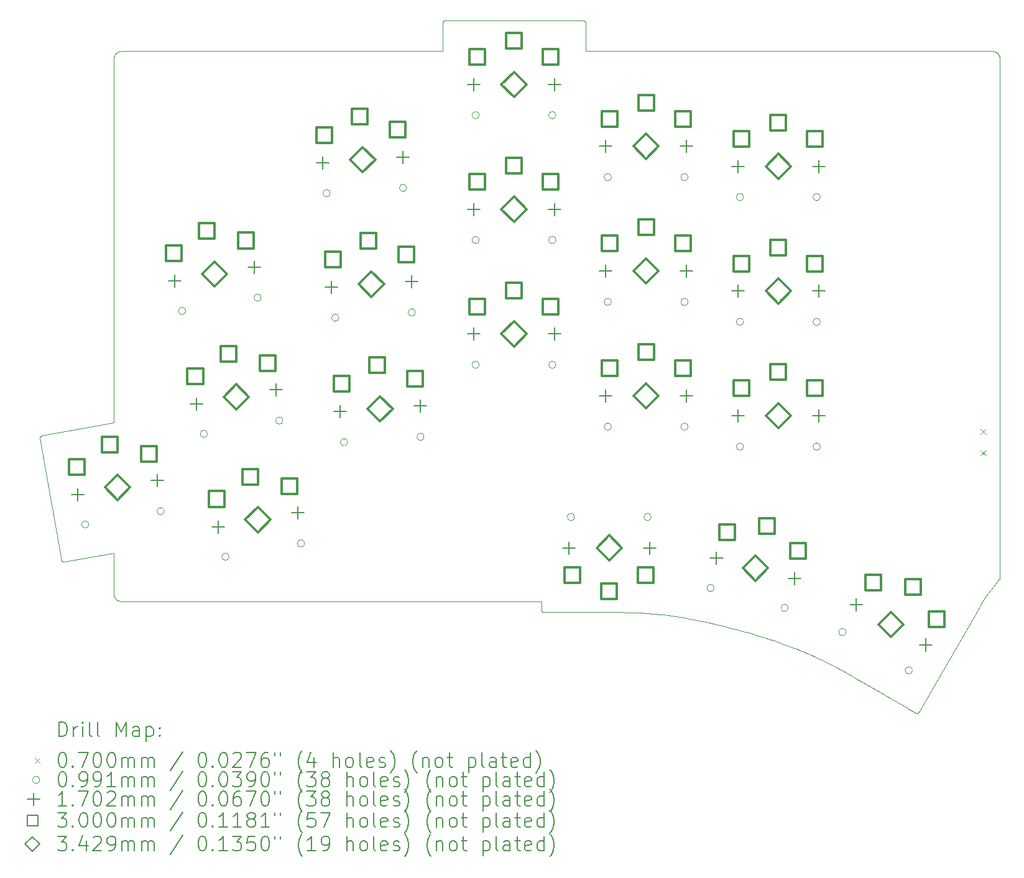
<source format=gbr>
%TF.GenerationSoftware,KiCad,Pcbnew,8.0.4*%
%TF.CreationDate,2024-08-09T12:36:02+02:00*%
%TF.ProjectId,totem_0_3,746f7465-6d5f-4305-9f33-2e6b69636164,0.3*%
%TF.SameCoordinates,Original*%
%TF.FileFunction,Drillmap*%
%TF.FilePolarity,Positive*%
%FSLAX45Y45*%
G04 Gerber Fmt 4.5, Leading zero omitted, Abs format (unit mm)*
G04 Created by KiCad (PCBNEW 8.0.4) date 2024-08-09 12:36:02*
%MOMM*%
%LPD*%
G01*
G04 APERTURE LIST*
%ADD10C,0.010000*%
%ADD11C,0.100000*%
%ADD12C,0.200000*%
%ADD13C,0.170180*%
%ADD14C,0.300000*%
%ADD15C,0.342900*%
G04 APERTURE END LIST*
D10*
X9057973Y-30459630D02*
X9733895Y-30340391D01*
X14210384Y-23115150D02*
X14210384Y-23501089D01*
X9833732Y-30994794D02*
X15556846Y-30994794D01*
X16160350Y-23501089D02*
X16160350Y-23115150D01*
X16130463Y-23085517D02*
X16120663Y-23085517D01*
X16101034Y-23085517D01*
X16072242Y-23085517D01*
X16034950Y-23085517D01*
X15989825Y-23085517D01*
X15937530Y-23085517D01*
X15878732Y-23085517D01*
X15814094Y-23085517D01*
X15744282Y-23085517D01*
X15669962Y-23085517D01*
X15591797Y-23085517D01*
X15510453Y-23085517D01*
X15426595Y-23085517D01*
X15340887Y-23085517D01*
X15253996Y-23085517D01*
X15166585Y-23085517D01*
X15079320Y-23085517D01*
X14992866Y-23085517D01*
X14907887Y-23085517D01*
X14825049Y-23085517D01*
X14745017Y-23085517D01*
X14668455Y-23085517D01*
X14596029Y-23085517D01*
X14528403Y-23085517D01*
X14466243Y-23085517D01*
X14410214Y-23085517D01*
X14360980Y-23085517D01*
X14319207Y-23085517D01*
X14285558Y-23085517D01*
X14260701Y-23085517D01*
X14245299Y-23085517D01*
X14240017Y-23085517D01*
X14240017Y-23085517D02*
X14238504Y-23085556D01*
X14237010Y-23085672D01*
X14235536Y-23085862D01*
X14234084Y-23086125D01*
X14232657Y-23086459D01*
X14231256Y-23086861D01*
X14229883Y-23087331D01*
X14228540Y-23087865D01*
X14227230Y-23088463D01*
X14225953Y-23089122D01*
X14224712Y-23089840D01*
X14223509Y-23090615D01*
X14222346Y-23091445D01*
X14221225Y-23092329D01*
X14220147Y-23093264D01*
X14219115Y-23094249D01*
X14218130Y-23095281D01*
X14217195Y-23096358D01*
X14216311Y-23097480D01*
X14215481Y-23098643D01*
X14214706Y-23099846D01*
X14213988Y-23101087D01*
X14213329Y-23102364D01*
X14212732Y-23103674D01*
X14212197Y-23105017D01*
X14211728Y-23106390D01*
X14211325Y-23107791D01*
X14210991Y-23109218D01*
X14210728Y-23110669D01*
X14210538Y-23112143D01*
X14210423Y-23113638D01*
X14210384Y-23115150D01*
X21798086Y-24924025D02*
X21798086Y-24919654D01*
X21798086Y-24908089D01*
X21798086Y-24889810D01*
X21798086Y-24865297D01*
X21798086Y-24835032D01*
X21798086Y-24799497D01*
X21798086Y-24759170D01*
X21798086Y-24714535D01*
X21798086Y-24666071D01*
X21798086Y-24614259D01*
X21798086Y-24559581D01*
X21798086Y-24502517D01*
X21798086Y-24443549D01*
X21798086Y-24383157D01*
X21798086Y-24321822D01*
X21798086Y-24260026D01*
X21798086Y-24198248D01*
X21798086Y-24136971D01*
X21798086Y-24076674D01*
X21798086Y-24017840D01*
X21798086Y-23960949D01*
X21798086Y-23906481D01*
X21798086Y-23854918D01*
X21798086Y-23806741D01*
X21798086Y-23762431D01*
X21798086Y-23722468D01*
X21798086Y-23687334D01*
X21798086Y-23657510D01*
X21798086Y-23633476D01*
X21798086Y-23615713D01*
X21798086Y-23604703D01*
X21798086Y-23600926D01*
X21797386Y-30693168D02*
X21797737Y-29164025D01*
X15586479Y-31145077D02*
X15597179Y-31145077D01*
X15609404Y-31145077D01*
X15623106Y-31145077D01*
X15638237Y-31145077D01*
X15654747Y-31145077D01*
X15672590Y-31145077D01*
X15691716Y-31145077D01*
X15712079Y-31145077D01*
X15733629Y-31145077D01*
X15756318Y-31145077D01*
X15780098Y-31145077D01*
X15804921Y-31145077D01*
X15830739Y-31145077D01*
X15857504Y-31145077D01*
X15885167Y-31145077D01*
X15913680Y-31145077D01*
X15942995Y-31145077D01*
X15973064Y-31145077D01*
X16003839Y-31145077D01*
X16035271Y-31145077D01*
X16067313Y-31145077D01*
X16099915Y-31145077D01*
X16133031Y-31145077D01*
X16166611Y-31145077D01*
X16200607Y-31145077D01*
X16234972Y-31145077D01*
X16269657Y-31145077D01*
X16304614Y-31145077D01*
X16339795Y-31145077D01*
X16375151Y-31145077D01*
X16410635Y-31145077D01*
X16446198Y-31145077D01*
D11*
X21797946Y-30693488D02*
G75*
G02*
X21732933Y-30781385I-404184J230964D01*
G01*
D10*
X16446198Y-31145077D02*
X16487884Y-31145085D01*
X16529653Y-31145135D01*
X16571582Y-31145272D01*
X16613754Y-31145538D01*
X16656247Y-31145978D01*
X16699141Y-31146633D01*
X16742516Y-31147548D01*
X16786453Y-31148765D01*
X16831030Y-31150328D01*
X16876327Y-31152280D01*
X16922425Y-31154664D01*
X16969404Y-31157523D01*
X17017342Y-31160901D01*
X17066321Y-31164841D01*
X17116419Y-31169386D01*
X17167717Y-31174579D01*
X17220295Y-31180463D01*
X17274231Y-31187082D01*
X17329608Y-31194479D01*
X17386503Y-31202697D01*
X17444997Y-31211779D01*
X17505169Y-31221769D01*
X17567101Y-31232709D01*
X17630870Y-31244644D01*
X17696558Y-31257615D01*
X17764244Y-31271667D01*
X17834008Y-31286842D01*
X17905929Y-31303185D01*
X17980089Y-31320737D01*
X18056565Y-31339542D01*
X18135439Y-31359644D01*
X18216790Y-31381086D01*
D11*
X21541722Y-31041361D02*
G75*
G02*
X21732934Y-30781387I1591940J-970573D01*
G01*
D10*
X15556846Y-30994794D02*
X15556846Y-31115444D01*
X15556846Y-31115444D02*
X15556884Y-31116957D01*
X15556996Y-31118451D01*
X15557182Y-31119925D01*
X15557439Y-31121377D01*
X15557765Y-31122804D01*
X15558160Y-31124205D01*
X15558620Y-31125578D01*
X15559144Y-31126920D01*
X15559731Y-31128231D01*
X15560379Y-31129508D01*
X15561086Y-31130749D01*
X15561850Y-31131952D01*
X15562670Y-31133115D01*
X15563543Y-31134236D01*
X15564469Y-31135314D01*
X15565445Y-31136346D01*
X15566469Y-31137331D01*
X15567540Y-31138266D01*
X15568657Y-31139150D01*
X15569816Y-31139980D01*
X15571018Y-31140755D01*
X15572259Y-31141473D01*
X15573538Y-31142132D01*
X15574854Y-31142729D01*
X15576204Y-31143264D01*
X15577587Y-31143733D01*
X15579002Y-31144136D01*
X15580445Y-31144470D01*
X15581917Y-31144733D01*
X15583414Y-31144923D01*
X15584935Y-31145038D01*
X15586479Y-31145077D01*
X21798086Y-24924025D02*
X21797737Y-29164025D01*
X9733896Y-28563450D02*
X8754232Y-28736311D01*
X9833732Y-23501089D02*
X9828572Y-23501220D01*
X9823483Y-23501606D01*
X9818470Y-23502242D01*
X9813540Y-23503122D01*
X9808698Y-23504239D01*
X9803951Y-23505587D01*
X9799305Y-23507159D01*
X9794766Y-23508950D01*
X9790340Y-23510952D01*
X9786034Y-23513160D01*
X9781853Y-23515567D01*
X9777803Y-23518167D01*
X9773891Y-23520954D01*
X9770123Y-23523921D01*
X9766506Y-23527062D01*
X9763044Y-23530370D01*
X9759744Y-23533840D01*
X9756613Y-23537464D01*
X9753656Y-23541237D01*
X9750880Y-23545152D01*
X9748291Y-23549203D01*
X9745895Y-23553384D01*
X9743698Y-23557688D01*
X9741706Y-23562109D01*
X9739926Y-23566641D01*
X9738363Y-23571276D01*
X9737023Y-23576010D01*
X9735914Y-23580835D01*
X9735040Y-23585746D01*
X9734408Y-23590735D01*
X9734025Y-23595797D01*
X9733895Y-23600926D01*
X21698250Y-23501089D02*
X21611978Y-23501089D01*
X21504221Y-23501089D01*
X21376567Y-23501089D01*
X21230606Y-23501089D01*
X21067925Y-23501089D01*
X20890114Y-23501089D01*
X20698760Y-23501089D01*
X20495453Y-23501089D01*
X20281781Y-23501089D01*
X20059333Y-23501089D01*
X19829697Y-23501089D01*
X19594461Y-23501089D01*
X19355215Y-23501089D01*
X19113547Y-23501089D01*
X18871046Y-23501089D01*
X18629300Y-23501089D01*
X18389898Y-23501089D01*
X18154427Y-23501089D01*
X17924478Y-23501089D01*
X17701639Y-23501089D01*
X17487497Y-23501089D01*
X17283642Y-23501089D01*
X17091663Y-23501089D01*
X16913147Y-23501089D01*
X16749683Y-23501089D01*
X16602861Y-23501089D01*
X16474269Y-23501089D01*
X16365494Y-23501089D01*
X16278126Y-23501089D01*
X16213754Y-23501089D01*
X16173966Y-23501089D01*
X16160350Y-23501089D01*
X9023754Y-30435642D02*
X9024054Y-30437146D01*
X9024425Y-30438616D01*
X9024864Y-30440051D01*
X9025369Y-30441447D01*
X9025938Y-30442805D01*
X9026569Y-30444123D01*
X9027260Y-30445400D01*
X9028009Y-30446633D01*
X9028814Y-30447822D01*
X9029672Y-30448965D01*
X9030582Y-30450060D01*
X9031542Y-30451107D01*
X9032550Y-30452104D01*
X9033602Y-30453050D01*
X9034699Y-30453942D01*
X9035836Y-30454780D01*
X9037013Y-30455562D01*
X9038227Y-30456287D01*
X9039476Y-30456953D01*
X9040759Y-30457560D01*
X9042072Y-30458104D01*
X9043414Y-30458586D01*
X9044783Y-30459003D01*
X9046177Y-30459355D01*
X9047594Y-30459640D01*
X9049031Y-30459855D01*
X9050487Y-30460001D01*
X9051959Y-30460076D01*
X9053446Y-30460077D01*
X9054945Y-30460004D01*
X9056455Y-30459856D01*
X9057973Y-30459630D01*
X20696113Y-32505742D02*
X21541722Y-31041361D01*
X8754232Y-28736311D02*
X8752727Y-28736611D01*
X8751257Y-28736982D01*
X8749823Y-28737421D01*
X8748426Y-28737926D01*
X8747068Y-28738495D01*
X8745750Y-28739126D01*
X8744474Y-28739817D01*
X8743240Y-28740566D01*
X8742051Y-28741371D01*
X8740908Y-28742229D01*
X8739813Y-28743140D01*
X8738766Y-28744099D01*
X8737769Y-28745107D01*
X8736824Y-28746160D01*
X8735931Y-28747256D01*
X8735093Y-28748393D01*
X8734311Y-28749570D01*
X8733586Y-28750784D01*
X8732920Y-28752034D01*
X8732314Y-28753316D01*
X8731769Y-28754629D01*
X8731287Y-28755971D01*
X8730870Y-28757340D01*
X8730518Y-28758734D01*
X8730234Y-28760151D01*
X8730018Y-28761588D01*
X8729872Y-28763044D01*
X8729797Y-28764517D01*
X8729796Y-28766004D01*
X8729869Y-28767503D01*
X8730017Y-28769012D01*
X8730243Y-28770530D01*
X8730243Y-28770530D02*
X9023754Y-30435642D01*
X14210384Y-23501089D02*
X14202228Y-23501089D01*
X14169471Y-23501089D01*
X14113745Y-23501089D01*
X14036680Y-23501089D01*
X13939905Y-23501089D01*
X13825050Y-23501089D01*
X13693747Y-23501089D01*
X13547625Y-23501089D01*
X13388315Y-23501089D01*
X13217447Y-23501089D01*
X13036650Y-23501089D01*
X12847556Y-23501089D01*
X12651795Y-23501089D01*
X12450996Y-23501089D01*
X12246790Y-23501089D01*
X12040807Y-23501089D01*
X11834678Y-23501089D01*
X11630033Y-23501089D01*
X11428502Y-23501089D01*
X11231715Y-23501089D01*
X11041303Y-23501089D01*
X10858895Y-23501089D01*
X10686122Y-23501089D01*
X10524615Y-23501089D01*
X10376003Y-23501089D01*
X10241916Y-23501089D01*
X10123986Y-23501089D01*
X10023842Y-23501089D01*
X9943114Y-23501089D01*
X9883433Y-23501089D01*
X9846429Y-23501089D01*
X9833732Y-23501089D01*
X21798086Y-23600926D02*
X21797955Y-23595766D01*
X21797569Y-23590677D01*
X21796933Y-23585664D01*
X21796053Y-23580734D01*
X21794936Y-23575892D01*
X21793588Y-23571145D01*
X21792016Y-23566499D01*
X21790225Y-23561960D01*
X21788223Y-23557534D01*
X21786015Y-23553228D01*
X21783608Y-23549047D01*
X21781008Y-23544997D01*
X21778221Y-23541085D01*
X21775254Y-23537317D01*
X21772114Y-23533699D01*
X21768805Y-23530238D01*
X21765336Y-23526938D01*
X21761711Y-23523807D01*
X21757938Y-23520850D01*
X21754023Y-23518074D01*
X21749972Y-23515485D01*
X21745791Y-23513089D01*
X21741487Y-23510892D01*
X21737066Y-23508900D01*
X21732535Y-23507120D01*
X21727899Y-23505557D01*
X21723166Y-23504217D01*
X21718340Y-23503108D01*
X21713430Y-23502234D01*
X21708440Y-23501602D01*
X21703378Y-23501219D01*
X21698250Y-23501089D01*
X19889663Y-32074294D02*
X19918555Y-32090984D01*
X19947711Y-32107826D01*
X19977073Y-32124787D01*
X20006582Y-32141833D01*
X20036180Y-32158930D01*
X20065809Y-32176044D01*
X20095411Y-32193142D01*
X20124927Y-32210191D01*
X20154299Y-32227155D01*
X20183468Y-32244002D01*
X20212376Y-32260698D01*
X20240965Y-32277209D01*
X20269177Y-32293501D01*
X20296953Y-32309541D01*
X20324235Y-32325295D01*
X20350964Y-32340729D01*
X20377082Y-32355810D01*
X20402532Y-32370504D01*
X20427253Y-32384777D01*
X20451189Y-32398595D01*
X20474281Y-32411924D01*
X20496470Y-32424732D01*
X20517699Y-32436984D01*
X20537909Y-32448646D01*
X20557041Y-32459686D01*
X20575037Y-32470068D01*
X20591839Y-32479760D01*
X20607388Y-32488727D01*
X20621627Y-32496936D01*
X20634497Y-32504353D01*
X20645940Y-32510945D01*
X20655896Y-32516678D01*
X9733895Y-23600926D02*
X9733896Y-28563450D01*
X9733895Y-30894958D02*
X9734026Y-30900117D01*
X9734412Y-30905207D01*
X9735048Y-30910219D01*
X9735928Y-30915150D01*
X9737045Y-30919992D01*
X9738393Y-30924739D01*
X9739965Y-30929385D01*
X9741756Y-30933924D01*
X9743758Y-30938349D01*
X9745966Y-30942656D01*
X9748373Y-30946837D01*
X9750973Y-30950886D01*
X9753760Y-30954798D01*
X9756727Y-30958566D01*
X9759868Y-30962184D01*
X9763176Y-30965646D01*
X9766645Y-30968945D01*
X9770270Y-30972077D01*
X9774043Y-30975033D01*
X9777958Y-30977809D01*
X9782009Y-30980398D01*
X9786190Y-30982794D01*
X9790494Y-30984991D01*
X9794915Y-30986983D01*
X9799446Y-30988764D01*
X9804082Y-30990327D01*
X9808816Y-30991666D01*
X9813641Y-30992776D01*
X9818552Y-30993649D01*
X9823541Y-30994281D01*
X9828603Y-30994665D01*
X9833732Y-30994794D01*
X18216790Y-31381086D02*
X18297999Y-31403190D01*
X18376452Y-31425252D01*
X18452239Y-31447274D01*
X18525449Y-31469256D01*
X18596169Y-31491200D01*
X18664490Y-31513108D01*
X18730500Y-31534980D01*
X18794287Y-31556819D01*
X18855942Y-31578625D01*
X18915552Y-31600399D01*
X18973207Y-31622144D01*
X19028995Y-31643861D01*
X19083006Y-31665550D01*
X19135327Y-31687213D01*
X19186049Y-31708852D01*
X19235260Y-31730468D01*
X19283049Y-31752063D01*
X19329504Y-31773637D01*
X19374715Y-31795191D01*
X19418771Y-31816729D01*
X19461759Y-31838250D01*
X19503771Y-31859756D01*
X19544893Y-31881248D01*
X19585216Y-31902729D01*
X19624827Y-31924198D01*
X19663816Y-31945658D01*
X19702272Y-31967110D01*
X19740284Y-31988555D01*
X19777939Y-32009994D01*
X19815329Y-32031430D01*
X19852540Y-32052863D01*
X19889663Y-32074294D01*
X20655896Y-32516678D02*
X20657230Y-32517400D01*
X20658584Y-32518047D01*
X20659956Y-32518619D01*
X20661343Y-32519116D01*
X20662742Y-32519540D01*
X20664152Y-32519891D01*
X20665570Y-32520169D01*
X20666992Y-32520376D01*
X20668417Y-32520513D01*
X20669842Y-32520579D01*
X20671265Y-32520576D01*
X20672683Y-32520504D01*
X20674093Y-32520364D01*
X20675493Y-32520157D01*
X20676881Y-32519883D01*
X20678253Y-32519544D01*
X20679609Y-32519140D01*
X20680944Y-32518671D01*
X20682256Y-32518138D01*
X20683543Y-32517542D01*
X20684803Y-32516885D01*
X20686032Y-32516165D01*
X20687229Y-32515385D01*
X20688391Y-32514545D01*
X20689514Y-32513645D01*
X20690598Y-32512686D01*
X20691639Y-32511670D01*
X20692634Y-32510596D01*
X20693582Y-32509465D01*
X20694479Y-32508279D01*
X20695324Y-32507038D01*
X20696113Y-32505742D01*
X9733895Y-30340391D02*
X9733895Y-30894958D01*
X16160350Y-23115150D02*
X16160311Y-23113638D01*
X16160195Y-23112143D01*
X16160005Y-23110669D01*
X16159742Y-23109218D01*
X16159408Y-23107791D01*
X16159006Y-23106390D01*
X16158536Y-23105017D01*
X16158002Y-23103674D01*
X16157404Y-23102363D01*
X16156745Y-23101087D01*
X16156028Y-23099846D01*
X16155253Y-23098643D01*
X16154422Y-23097480D01*
X16153538Y-23096358D01*
X16152603Y-23095280D01*
X16151619Y-23094248D01*
X16150586Y-23093264D01*
X16149509Y-23092328D01*
X16148387Y-23091445D01*
X16147224Y-23090614D01*
X16146021Y-23089839D01*
X16144780Y-23089121D01*
X16143504Y-23088463D01*
X16142193Y-23087865D01*
X16140850Y-23087331D01*
X16139477Y-23086861D01*
X16138076Y-23086459D01*
X16136649Y-23086125D01*
X16135198Y-23085862D01*
X16133724Y-23085672D01*
X16132229Y-23085556D01*
X16130717Y-23085517D01*
D12*
D11*
X21539060Y-28648800D02*
X21609060Y-28718800D01*
X21609060Y-28648800D02*
X21539060Y-28718800D01*
X21539060Y-28942600D02*
X21609060Y-29012600D01*
X21609060Y-28942600D02*
X21539060Y-29012600D01*
X21539080Y-28648760D02*
X21609080Y-28718760D01*
X21609080Y-28648760D02*
X21539080Y-28718760D01*
X21539080Y-28942640D02*
X21609080Y-29012640D01*
X21609080Y-28942640D02*
X21539080Y-29012640D01*
X9394345Y-29948788D02*
G75*
G02*
X9295285Y-29948788I-49530J0D01*
G01*
X9295285Y-29948788D02*
G75*
G02*
X9394345Y-29948788I49530J0D01*
G01*
X10422484Y-29767499D02*
G75*
G02*
X10323424Y-29767499I-49530J0D01*
G01*
X10323424Y-29767499D02*
G75*
G02*
X10422484Y-29767499I49530J0D01*
G01*
X10714139Y-27039593D02*
G75*
G02*
X10615079Y-27039593I-49530J0D01*
G01*
X10615079Y-27039593D02*
G75*
G02*
X10714139Y-27039593I49530J0D01*
G01*
X11009345Y-28713788D02*
G75*
G02*
X10910285Y-28713788I-49530J0D01*
G01*
X10910285Y-28713788D02*
G75*
G02*
X11009345Y-28713788I49530J0D01*
G01*
X11304550Y-30387983D02*
G75*
G02*
X11205490Y-30387983I-49530J0D01*
G01*
X11205490Y-30387983D02*
G75*
G02*
X11304550Y-30387983I49530J0D01*
G01*
X11742278Y-26858304D02*
G75*
G02*
X11643218Y-26858304I-49530J0D01*
G01*
X11643218Y-26858304D02*
G75*
G02*
X11742278Y-26858304I49530J0D01*
G01*
X12037484Y-28532499D02*
G75*
G02*
X11938424Y-28532499I-49530J0D01*
G01*
X11938424Y-28532499D02*
G75*
G02*
X12037484Y-28532499I49530J0D01*
G01*
X12332690Y-30206694D02*
G75*
G02*
X12233630Y-30206694I-49530J0D01*
G01*
X12233630Y-30206694D02*
G75*
G02*
X12332690Y-30206694I49530J0D01*
G01*
X12681876Y-25435652D02*
G75*
G02*
X12582816Y-25435652I-49530J0D01*
G01*
X12582816Y-25435652D02*
G75*
G02*
X12681876Y-25435652I49530J0D01*
G01*
X12800464Y-27131533D02*
G75*
G02*
X12701404Y-27131533I-49530J0D01*
G01*
X12701404Y-27131533D02*
G75*
G02*
X12800464Y-27131533I49530J0D01*
G01*
X12919051Y-28827414D02*
G75*
G02*
X12819991Y-28827414I-49530J0D01*
G01*
X12819991Y-28827414D02*
G75*
G02*
X12919051Y-28827414I49530J0D01*
G01*
X13723333Y-25362827D02*
G75*
G02*
X13624273Y-25362827I-49530J0D01*
G01*
X13624273Y-25362827D02*
G75*
G02*
X13723333Y-25362827I49530J0D01*
G01*
X13841921Y-27058707D02*
G75*
G02*
X13742861Y-27058707I-49530J0D01*
G01*
X13742861Y-27058707D02*
G75*
G02*
X13841921Y-27058707I49530J0D01*
G01*
X13960508Y-28754588D02*
G75*
G02*
X13861448Y-28754588I-49530J0D01*
G01*
X13861448Y-28754588D02*
G75*
G02*
X13960508Y-28754588I49530J0D01*
G01*
X14711148Y-27772430D02*
G75*
G02*
X14612088Y-27772430I-49530J0D01*
G01*
X14612088Y-27772430D02*
G75*
G02*
X14711148Y-27772430I49530J0D01*
G01*
X14711148Y-26072408D02*
G75*
G02*
X14612088Y-26072408I-49530J0D01*
G01*
X14612088Y-26072408D02*
G75*
G02*
X14711148Y-26072408I49530J0D01*
G01*
X14711148Y-24372386D02*
G75*
G02*
X14612088Y-24372386I-49530J0D01*
G01*
X14612088Y-24372386D02*
G75*
G02*
X14711148Y-24372386I49530J0D01*
G01*
X15755148Y-27772430D02*
G75*
G02*
X15656088Y-27772430I-49530J0D01*
G01*
X15656088Y-27772430D02*
G75*
G02*
X15755148Y-27772430I49530J0D01*
G01*
X15755148Y-26072408D02*
G75*
G02*
X15656088Y-26072408I-49530J0D01*
G01*
X15656088Y-26072408D02*
G75*
G02*
X15755148Y-26072408I49530J0D01*
G01*
X15755148Y-24372386D02*
G75*
G02*
X15656088Y-24372386I-49530J0D01*
G01*
X15656088Y-24372386D02*
G75*
G02*
X15755148Y-24372386I49530J0D01*
G01*
X16008542Y-29847024D02*
G75*
G02*
X15909482Y-29847024I-49530J0D01*
G01*
X15909482Y-29847024D02*
G75*
G02*
X16008542Y-29847024I49530J0D01*
G01*
X16511149Y-25216034D02*
G75*
G02*
X16412089Y-25216034I-49530J0D01*
G01*
X16412089Y-25216034D02*
G75*
G02*
X16511149Y-25216034I49530J0D01*
G01*
X16511149Y-26916056D02*
G75*
G02*
X16412089Y-26916056I-49530J0D01*
G01*
X16412089Y-26916056D02*
G75*
G02*
X16511149Y-26916056I49530J0D01*
G01*
X16511149Y-28616078D02*
G75*
G02*
X16412089Y-28616078I-49530J0D01*
G01*
X16412089Y-28616078D02*
G75*
G02*
X16511149Y-28616078I49530J0D01*
G01*
X17052542Y-29847024D02*
G75*
G02*
X16953482Y-29847024I-49530J0D01*
G01*
X16953482Y-29847024D02*
G75*
G02*
X17052542Y-29847024I49530J0D01*
G01*
X17555150Y-25216034D02*
G75*
G02*
X17456090Y-25216034I-49530J0D01*
G01*
X17456090Y-25216034D02*
G75*
G02*
X17555150Y-25216034I49530J0D01*
G01*
X17555150Y-26916056D02*
G75*
G02*
X17456090Y-26916056I-49530J0D01*
G01*
X17456090Y-26916056D02*
G75*
G02*
X17555150Y-26916056I49530J0D01*
G01*
X17555150Y-28616078D02*
G75*
G02*
X17456090Y-28616078I-49530J0D01*
G01*
X17456090Y-28616078D02*
G75*
G02*
X17555150Y-28616078I49530J0D01*
G01*
X17910064Y-30815110D02*
G75*
G02*
X17811004Y-30815110I-49530J0D01*
G01*
X17811004Y-30815110D02*
G75*
G02*
X17910064Y-30815110I49530J0D01*
G01*
X18311146Y-25488044D02*
G75*
G02*
X18212086Y-25488044I-49530J0D01*
G01*
X18212086Y-25488044D02*
G75*
G02*
X18311146Y-25488044I49530J0D01*
G01*
X18311146Y-27188066D02*
G75*
G02*
X18212086Y-27188066I-49530J0D01*
G01*
X18212086Y-27188066D02*
G75*
G02*
X18311146Y-27188066I49530J0D01*
G01*
X18311146Y-28888088D02*
G75*
G02*
X18212086Y-28888088I-49530J0D01*
G01*
X18212086Y-28888088D02*
G75*
G02*
X18311146Y-28888088I49530J0D01*
G01*
X18918491Y-31085317D02*
G75*
G02*
X18819431Y-31085317I-49530J0D01*
G01*
X18819431Y-31085317D02*
G75*
G02*
X18918491Y-31085317I49530J0D01*
G01*
X19355146Y-25488044D02*
G75*
G02*
X19256086Y-25488044I-49530J0D01*
G01*
X19256086Y-25488044D02*
G75*
G02*
X19355146Y-25488044I49530J0D01*
G01*
X19355146Y-27188066D02*
G75*
G02*
X19256086Y-27188066I-49530J0D01*
G01*
X19256086Y-27188066D02*
G75*
G02*
X19355146Y-27188066I49530J0D01*
G01*
X19355146Y-28888088D02*
G75*
G02*
X19256086Y-28888088I-49530J0D01*
G01*
X19256086Y-28888088D02*
G75*
G02*
X19355146Y-28888088I49530J0D01*
G01*
X19705917Y-31414755D02*
G75*
G02*
X19606857Y-31414755I-49530J0D01*
G01*
X19606857Y-31414755D02*
G75*
G02*
X19705917Y-31414755I49530J0D01*
G01*
X20610047Y-31936755D02*
G75*
G02*
X20510987Y-31936755I-49530J0D01*
G01*
X20510987Y-31936755D02*
G75*
G02*
X20610047Y-31936755I49530J0D01*
G01*
D13*
X9244308Y-29454941D02*
X9244308Y-29625121D01*
X9159218Y-29540031D02*
X9329398Y-29540031D01*
X10327596Y-29263928D02*
X10327596Y-29434108D01*
X10242506Y-29349018D02*
X10412686Y-29349018D01*
X10564102Y-26545746D02*
X10564102Y-26715926D01*
X10479012Y-26630836D02*
X10649192Y-26630836D01*
X10859308Y-28219941D02*
X10859308Y-28390121D01*
X10774218Y-28305031D02*
X10944398Y-28305031D01*
X11154513Y-29894136D02*
X11154513Y-30064316D01*
X11069423Y-29979226D02*
X11239603Y-29979226D01*
X11647391Y-26354733D02*
X11647391Y-26524913D01*
X11562301Y-26439823D02*
X11732481Y-26439823D01*
X11942596Y-28028928D02*
X11942596Y-28199108D01*
X11857506Y-28114018D02*
X12027686Y-28114018D01*
X12237802Y-29703123D02*
X12237802Y-29873303D01*
X12152712Y-29788213D02*
X12322892Y-29788213D01*
X12575117Y-24933539D02*
X12575117Y-25103719D01*
X12490027Y-25018629D02*
X12660207Y-25018629D01*
X12693704Y-26629419D02*
X12693704Y-26799599D01*
X12608614Y-26714509D02*
X12778794Y-26714509D01*
X12812292Y-28325300D02*
X12812292Y-28495480D01*
X12727202Y-28410390D02*
X12897382Y-28410390D01*
X13672437Y-24856806D02*
X13672437Y-25026986D01*
X13587347Y-24941896D02*
X13757527Y-24941896D01*
X13791025Y-26552687D02*
X13791025Y-26722867D01*
X13705935Y-26637777D02*
X13876115Y-26637777D01*
X13909612Y-28248568D02*
X13909612Y-28418748D01*
X13824522Y-28333658D02*
X13994702Y-28333658D01*
X14633618Y-27267340D02*
X14633618Y-27437520D01*
X14548528Y-27352430D02*
X14718708Y-27352430D01*
X14633618Y-25567318D02*
X14633618Y-25737498D01*
X14548528Y-25652408D02*
X14718708Y-25652408D01*
X14633618Y-23867296D02*
X14633618Y-24037476D01*
X14548528Y-23952386D02*
X14718708Y-23952386D01*
X15733618Y-27267340D02*
X15733618Y-27437520D01*
X15648528Y-27352430D02*
X15818708Y-27352430D01*
X15733618Y-25567318D02*
X15733618Y-25737498D01*
X15648528Y-25652408D02*
X15818708Y-25652408D01*
X15733618Y-23867296D02*
X15733618Y-24037476D01*
X15648528Y-23952386D02*
X15818708Y-23952386D01*
X15931012Y-30181934D02*
X15931012Y-30352114D01*
X15845922Y-30267024D02*
X16016102Y-30267024D01*
X16433619Y-24710944D02*
X16433619Y-24881124D01*
X16348529Y-24796034D02*
X16518709Y-24796034D01*
X16433619Y-26410966D02*
X16433619Y-26581146D01*
X16348529Y-26496056D02*
X16518709Y-26496056D01*
X16433619Y-28110988D02*
X16433619Y-28281168D01*
X16348529Y-28196078D02*
X16518709Y-28196078D01*
X17031012Y-30181934D02*
X17031012Y-30352114D01*
X16945922Y-30267024D02*
X17116102Y-30267024D01*
X17533620Y-24710944D02*
X17533620Y-24881124D01*
X17448530Y-24796034D02*
X17618710Y-24796034D01*
X17533620Y-26410966D02*
X17533620Y-26581146D01*
X17448530Y-26496056D02*
X17618710Y-26496056D01*
X17533620Y-28110988D02*
X17533620Y-28281168D01*
X17448530Y-28196078D02*
X17618710Y-28196078D01*
X17942193Y-30317084D02*
X17942193Y-30487264D01*
X17857103Y-30402174D02*
X18027283Y-30402174D01*
X18233616Y-24982954D02*
X18233616Y-25153134D01*
X18148526Y-25068044D02*
X18318706Y-25068044D01*
X18233616Y-26682976D02*
X18233616Y-26853156D01*
X18148526Y-26768066D02*
X18318706Y-26768066D01*
X18233616Y-28382998D02*
X18233616Y-28553178D01*
X18148526Y-28468088D02*
X18318706Y-28468088D01*
X19004711Y-30601785D02*
X19004711Y-30771965D01*
X18919621Y-30686875D02*
X19089801Y-30686875D01*
X19333616Y-24982954D02*
X19333616Y-25153134D01*
X19248526Y-25068044D02*
X19418706Y-25068044D01*
X19333616Y-26682976D02*
X19333616Y-26853156D01*
X19248526Y-26768066D02*
X19418706Y-26768066D01*
X19333616Y-28382998D02*
X19333616Y-28553178D01*
X19248526Y-28468088D02*
X19418706Y-28468088D01*
X19842138Y-30951934D02*
X19842138Y-31122114D01*
X19757048Y-31037024D02*
X19927228Y-31037024D01*
X20794766Y-31501934D02*
X20794766Y-31672114D01*
X20709676Y-31587024D02*
X20879856Y-31587024D01*
D14*
X9334497Y-29268112D02*
X9334497Y-29055978D01*
X9122363Y-29055978D01*
X9122363Y-29268112D01*
X9334497Y-29268112D01*
X9788698Y-28964631D02*
X9788698Y-28752497D01*
X9576564Y-28752497D01*
X9576564Y-28964631D01*
X9788698Y-28964631D01*
X10319305Y-29094464D02*
X10319305Y-28882330D01*
X10107171Y-28882330D01*
X10107171Y-29094464D01*
X10319305Y-29094464D01*
X10654291Y-26358918D02*
X10654291Y-26146784D01*
X10442157Y-26146784D01*
X10442157Y-26358918D01*
X10654291Y-26358918D01*
X10949497Y-28033112D02*
X10949497Y-27820978D01*
X10737363Y-27820978D01*
X10737363Y-28033112D01*
X10949497Y-28033112D01*
X11108493Y-26055436D02*
X11108493Y-25843302D01*
X10896359Y-25843302D01*
X10896359Y-26055436D01*
X11108493Y-26055436D01*
X11244703Y-29707308D02*
X11244703Y-29495174D01*
X11032569Y-29495174D01*
X11032569Y-29707308D01*
X11244703Y-29707308D01*
X11403698Y-27729630D02*
X11403698Y-27517496D01*
X11191564Y-27517496D01*
X11191564Y-27729630D01*
X11403698Y-27729630D01*
X11639099Y-26185270D02*
X11639099Y-25973136D01*
X11426965Y-25973136D01*
X11426965Y-26185270D01*
X11639099Y-26185270D01*
X11698904Y-29403826D02*
X11698904Y-29191692D01*
X11486770Y-29191692D01*
X11486770Y-29403826D01*
X11698904Y-29403826D01*
X11934305Y-27859464D02*
X11934305Y-27647330D01*
X11722171Y-27647330D01*
X11722171Y-27859464D01*
X11934305Y-27859464D01*
X12229510Y-29533659D02*
X12229510Y-29321525D01*
X12017376Y-29321525D01*
X12017376Y-29533659D01*
X12229510Y-29533659D01*
X12704903Y-24747121D02*
X12704903Y-24534987D01*
X12492769Y-24534987D01*
X12492769Y-24747121D01*
X12704903Y-24747121D01*
X12823491Y-26443002D02*
X12823491Y-26230868D01*
X12611357Y-26230868D01*
X12611357Y-26443002D01*
X12823491Y-26443002D01*
X12942078Y-28138883D02*
X12942078Y-27926749D01*
X12729944Y-27926749D01*
X12729944Y-28138883D01*
X12942078Y-28138883D01*
X13188339Y-24492779D02*
X13188339Y-24280645D01*
X12976205Y-24280645D01*
X12976205Y-24492779D01*
X13188339Y-24492779D01*
X13306926Y-26188660D02*
X13306926Y-25976526D01*
X13094792Y-25976526D01*
X13094792Y-26188660D01*
X13306926Y-26188660D01*
X13425514Y-27884540D02*
X13425514Y-27672406D01*
X13213380Y-27672406D01*
X13213380Y-27884540D01*
X13425514Y-27884540D01*
X13702467Y-24677365D02*
X13702467Y-24465231D01*
X13490333Y-24465231D01*
X13490333Y-24677365D01*
X13702467Y-24677365D01*
X13821055Y-26373246D02*
X13821055Y-26161112D01*
X13608921Y-26161112D01*
X13608921Y-26373246D01*
X13821055Y-26373246D01*
X13939642Y-28069126D02*
X13939642Y-27856992D01*
X13727508Y-27856992D01*
X13727508Y-28069126D01*
X13939642Y-28069126D01*
X14789685Y-27083497D02*
X14789685Y-26871363D01*
X14577551Y-26871363D01*
X14577551Y-27083497D01*
X14789685Y-27083497D01*
X14789685Y-25383475D02*
X14789685Y-25171341D01*
X14577551Y-25171341D01*
X14577551Y-25383475D01*
X14789685Y-25383475D01*
X14789685Y-23683453D02*
X14789685Y-23471319D01*
X14577551Y-23471319D01*
X14577551Y-23683453D01*
X14789685Y-23683453D01*
X15289685Y-26863497D02*
X15289685Y-26651363D01*
X15077551Y-26651363D01*
X15077551Y-26863497D01*
X15289685Y-26863497D01*
X15289685Y-25163475D02*
X15289685Y-24951341D01*
X15077551Y-24951341D01*
X15077551Y-25163475D01*
X15289685Y-25163475D01*
X15289685Y-23463453D02*
X15289685Y-23251319D01*
X15077551Y-23251319D01*
X15077551Y-23463453D01*
X15289685Y-23463453D01*
X15789685Y-27083497D02*
X15789685Y-26871363D01*
X15577551Y-26871363D01*
X15577551Y-27083497D01*
X15789685Y-27083497D01*
X15789685Y-25383475D02*
X15789685Y-25171341D01*
X15577551Y-25171341D01*
X15577551Y-25383475D01*
X15789685Y-25383475D01*
X15789685Y-23683453D02*
X15789685Y-23471319D01*
X15577551Y-23471319D01*
X15577551Y-23683453D01*
X15789685Y-23683453D01*
X16087079Y-30748091D02*
X16087079Y-30535957D01*
X15874945Y-30535957D01*
X15874945Y-30748091D01*
X16087079Y-30748091D01*
X16587079Y-30968091D02*
X16587079Y-30755957D01*
X16374945Y-30755957D01*
X16374945Y-30968091D01*
X16587079Y-30968091D01*
X16589686Y-24527101D02*
X16589686Y-24314967D01*
X16377552Y-24314967D01*
X16377552Y-24527101D01*
X16589686Y-24527101D01*
X16589686Y-26227123D02*
X16589686Y-26014989D01*
X16377552Y-26014989D01*
X16377552Y-26227123D01*
X16589686Y-26227123D01*
X16589686Y-27927145D02*
X16589686Y-27715011D01*
X16377552Y-27715011D01*
X16377552Y-27927145D01*
X16589686Y-27927145D01*
X17087079Y-30748091D02*
X17087079Y-30535957D01*
X16874945Y-30535957D01*
X16874945Y-30748091D01*
X17087079Y-30748091D01*
X17089687Y-24307101D02*
X17089687Y-24094967D01*
X16877553Y-24094967D01*
X16877553Y-24307101D01*
X17089687Y-24307101D01*
X17089687Y-26007123D02*
X17089687Y-25794989D01*
X16877553Y-25794989D01*
X16877553Y-26007123D01*
X17089687Y-26007123D01*
X17089687Y-27707145D02*
X17089687Y-27495011D01*
X16877553Y-27495011D01*
X16877553Y-27707145D01*
X17089687Y-27707145D01*
X17589687Y-24527101D02*
X17589687Y-24314967D01*
X17377553Y-24314967D01*
X17377553Y-24527101D01*
X17589687Y-24527101D01*
X17589687Y-26227123D02*
X17589687Y-26014989D01*
X17377553Y-26014989D01*
X17377553Y-26227123D01*
X17589687Y-26227123D01*
X17589687Y-27927145D02*
X17589687Y-27715011D01*
X17377553Y-27715011D01*
X17377553Y-27927145D01*
X17589687Y-27927145D01*
X18193613Y-30158960D02*
X18193613Y-29946826D01*
X17981479Y-29946826D01*
X17981479Y-30158960D01*
X18193613Y-30158960D01*
X18389683Y-24799111D02*
X18389683Y-24586977D01*
X18177549Y-24586977D01*
X18177549Y-24799111D01*
X18389683Y-24799111D01*
X18389683Y-26499133D02*
X18389683Y-26286999D01*
X18177549Y-26286999D01*
X18177549Y-26499133D01*
X18389683Y-26499133D01*
X18389683Y-28199155D02*
X18389683Y-27987021D01*
X18177549Y-27987021D01*
X18177549Y-28199155D01*
X18389683Y-28199155D01*
X18733516Y-30075865D02*
X18733516Y-29863731D01*
X18521382Y-29863731D01*
X18521382Y-30075865D01*
X18733516Y-30075865D01*
X18889683Y-24579111D02*
X18889683Y-24366977D01*
X18677549Y-24366977D01*
X18677549Y-24579111D01*
X18889683Y-24579111D01*
X18889683Y-26279133D02*
X18889683Y-26066999D01*
X18677549Y-26066999D01*
X18677549Y-26279133D01*
X18889683Y-26279133D01*
X18889683Y-27979155D02*
X18889683Y-27767021D01*
X18677549Y-27767021D01*
X18677549Y-27979155D01*
X18889683Y-27979155D01*
X19159539Y-30417779D02*
X19159539Y-30205645D01*
X18947405Y-30205645D01*
X18947405Y-30417779D01*
X19159539Y-30417779D01*
X19389683Y-24799111D02*
X19389683Y-24586977D01*
X19177549Y-24586977D01*
X19177549Y-24799111D01*
X19389683Y-24799111D01*
X19389683Y-26499133D02*
X19389683Y-26286999D01*
X19177549Y-26286999D01*
X19177549Y-26499133D01*
X19389683Y-26499133D01*
X19389683Y-28199155D02*
X19389683Y-27987021D01*
X19177549Y-27987021D01*
X19177549Y-28199155D01*
X19389683Y-28199155D01*
X20179006Y-30843332D02*
X20179006Y-30631198D01*
X19966872Y-30631198D01*
X19966872Y-30843332D01*
X20179006Y-30843332D01*
X20722019Y-30902806D02*
X20722019Y-30690672D01*
X20509885Y-30690672D01*
X20509885Y-30902806D01*
X20722019Y-30902806D01*
X21045032Y-31343332D02*
X21045032Y-31131198D01*
X20832898Y-31131198D01*
X20832898Y-31343332D01*
X21045032Y-31343332D01*
D15*
X9785952Y-29615974D02*
X9957402Y-29444524D01*
X9785952Y-29273074D01*
X9614502Y-29444524D01*
X9785952Y-29615974D01*
X11105746Y-26706780D02*
X11277196Y-26535330D01*
X11105746Y-26363880D01*
X10934296Y-26535330D01*
X11105746Y-26706780D01*
X11400952Y-28380974D02*
X11572402Y-28209524D01*
X11400952Y-28038074D01*
X11229502Y-28209524D01*
X11400952Y-28380974D01*
X11696158Y-30055169D02*
X11867608Y-29883719D01*
X11696158Y-29712269D01*
X11524708Y-29883719D01*
X11696158Y-30055169D01*
X13123777Y-25151713D02*
X13295227Y-24980263D01*
X13123777Y-24808813D01*
X12952327Y-24980263D01*
X13123777Y-25151713D01*
X13242364Y-26847593D02*
X13413814Y-26676143D01*
X13242364Y-26504693D01*
X13070914Y-26676143D01*
X13242364Y-26847593D01*
X13360952Y-28543474D02*
X13532402Y-28372024D01*
X13360952Y-28200574D01*
X13189502Y-28372024D01*
X13360952Y-28543474D01*
X15183618Y-27523880D02*
X15355068Y-27352430D01*
X15183618Y-27180980D01*
X15012168Y-27352430D01*
X15183618Y-27523880D01*
X15183618Y-25823858D02*
X15355068Y-25652408D01*
X15183618Y-25480958D01*
X15012168Y-25652408D01*
X15183618Y-25823858D01*
X15183618Y-24123836D02*
X15355068Y-23952386D01*
X15183618Y-23780936D01*
X15012168Y-23952386D01*
X15183618Y-24123836D01*
X16481012Y-30438474D02*
X16652462Y-30267024D01*
X16481012Y-30095574D01*
X16309562Y-30267024D01*
X16481012Y-30438474D01*
X16983620Y-24967484D02*
X17155070Y-24796034D01*
X16983620Y-24624584D01*
X16812170Y-24796034D01*
X16983620Y-24967484D01*
X16983620Y-26667506D02*
X17155070Y-26496056D01*
X16983620Y-26324606D01*
X16812170Y-26496056D01*
X16983620Y-26667506D01*
X16983620Y-28367528D02*
X17155070Y-28196078D01*
X16983620Y-28024628D01*
X16812170Y-28196078D01*
X16983620Y-28367528D01*
X18473452Y-30715974D02*
X18644902Y-30544524D01*
X18473452Y-30373074D01*
X18302002Y-30544524D01*
X18473452Y-30715974D01*
X18783616Y-25239494D02*
X18955066Y-25068044D01*
X18783616Y-24896594D01*
X18612166Y-25068044D01*
X18783616Y-25239494D01*
X18783616Y-26939516D02*
X18955066Y-26768066D01*
X18783616Y-26596616D01*
X18612166Y-26768066D01*
X18783616Y-26939516D01*
X18783616Y-28639538D02*
X18955066Y-28468088D01*
X18783616Y-28296638D01*
X18612166Y-28468088D01*
X18783616Y-28639538D01*
X20318452Y-31483474D02*
X20489902Y-31312024D01*
X20318452Y-31140574D01*
X20147002Y-31312024D01*
X20318452Y-31483474D01*
D12*
X8987697Y-32836776D02*
X8987697Y-32636776D01*
X8987697Y-32636776D02*
X9035316Y-32636776D01*
X9035316Y-32636776D02*
X9063888Y-32646299D01*
X9063888Y-32646299D02*
X9082935Y-32665347D01*
X9082935Y-32665347D02*
X9092459Y-32684395D01*
X9092459Y-32684395D02*
X9101983Y-32722490D01*
X9101983Y-32722490D02*
X9101983Y-32751061D01*
X9101983Y-32751061D02*
X9092459Y-32789157D01*
X9092459Y-32789157D02*
X9082935Y-32808204D01*
X9082935Y-32808204D02*
X9063888Y-32827252D01*
X9063888Y-32827252D02*
X9035316Y-32836776D01*
X9035316Y-32836776D02*
X8987697Y-32836776D01*
X9187697Y-32836776D02*
X9187697Y-32703442D01*
X9187697Y-32741538D02*
X9197221Y-32722490D01*
X9197221Y-32722490D02*
X9206745Y-32712966D01*
X9206745Y-32712966D02*
X9225792Y-32703442D01*
X9225792Y-32703442D02*
X9244840Y-32703442D01*
X9311507Y-32836776D02*
X9311507Y-32703442D01*
X9311507Y-32636776D02*
X9301983Y-32646299D01*
X9301983Y-32646299D02*
X9311507Y-32655823D01*
X9311507Y-32655823D02*
X9321031Y-32646299D01*
X9321031Y-32646299D02*
X9311507Y-32636776D01*
X9311507Y-32636776D02*
X9311507Y-32655823D01*
X9435316Y-32836776D02*
X9416269Y-32827252D01*
X9416269Y-32827252D02*
X9406745Y-32808204D01*
X9406745Y-32808204D02*
X9406745Y-32636776D01*
X9540078Y-32836776D02*
X9521031Y-32827252D01*
X9521031Y-32827252D02*
X9511507Y-32808204D01*
X9511507Y-32808204D02*
X9511507Y-32636776D01*
X9768650Y-32836776D02*
X9768650Y-32636776D01*
X9768650Y-32636776D02*
X9835316Y-32779633D01*
X9835316Y-32779633D02*
X9901983Y-32636776D01*
X9901983Y-32636776D02*
X9901983Y-32836776D01*
X10082935Y-32836776D02*
X10082935Y-32732014D01*
X10082935Y-32732014D02*
X10073412Y-32712966D01*
X10073412Y-32712966D02*
X10054364Y-32703442D01*
X10054364Y-32703442D02*
X10016269Y-32703442D01*
X10016269Y-32703442D02*
X9997221Y-32712966D01*
X10082935Y-32827252D02*
X10063888Y-32836776D01*
X10063888Y-32836776D02*
X10016269Y-32836776D01*
X10016269Y-32836776D02*
X9997221Y-32827252D01*
X9997221Y-32827252D02*
X9987697Y-32808204D01*
X9987697Y-32808204D02*
X9987697Y-32789157D01*
X9987697Y-32789157D02*
X9997221Y-32770109D01*
X9997221Y-32770109D02*
X10016269Y-32760585D01*
X10016269Y-32760585D02*
X10063888Y-32760585D01*
X10063888Y-32760585D02*
X10082935Y-32751061D01*
X10178173Y-32703442D02*
X10178173Y-32903442D01*
X10178173Y-32712966D02*
X10197221Y-32703442D01*
X10197221Y-32703442D02*
X10235316Y-32703442D01*
X10235316Y-32703442D02*
X10254364Y-32712966D01*
X10254364Y-32712966D02*
X10263888Y-32722490D01*
X10263888Y-32722490D02*
X10273412Y-32741538D01*
X10273412Y-32741538D02*
X10273412Y-32798680D01*
X10273412Y-32798680D02*
X10263888Y-32817728D01*
X10263888Y-32817728D02*
X10254364Y-32827252D01*
X10254364Y-32827252D02*
X10235316Y-32836776D01*
X10235316Y-32836776D02*
X10197221Y-32836776D01*
X10197221Y-32836776D02*
X10178173Y-32827252D01*
X10359126Y-32817728D02*
X10368650Y-32827252D01*
X10368650Y-32827252D02*
X10359126Y-32836776D01*
X10359126Y-32836776D02*
X10349602Y-32827252D01*
X10349602Y-32827252D02*
X10359126Y-32817728D01*
X10359126Y-32817728D02*
X10359126Y-32836776D01*
X10359126Y-32712966D02*
X10368650Y-32722490D01*
X10368650Y-32722490D02*
X10359126Y-32732014D01*
X10359126Y-32732014D02*
X10349602Y-32722490D01*
X10349602Y-32722490D02*
X10359126Y-32712966D01*
X10359126Y-32712966D02*
X10359126Y-32732014D01*
D11*
X8656920Y-33130292D02*
X8726920Y-33200292D01*
X8726920Y-33130292D02*
X8656920Y-33200292D01*
D12*
X9025792Y-33056776D02*
X9044840Y-33056776D01*
X9044840Y-33056776D02*
X9063888Y-33066299D01*
X9063888Y-33066299D02*
X9073412Y-33075823D01*
X9073412Y-33075823D02*
X9082935Y-33094871D01*
X9082935Y-33094871D02*
X9092459Y-33132966D01*
X9092459Y-33132966D02*
X9092459Y-33180585D01*
X9092459Y-33180585D02*
X9082935Y-33218680D01*
X9082935Y-33218680D02*
X9073412Y-33237728D01*
X9073412Y-33237728D02*
X9063888Y-33247252D01*
X9063888Y-33247252D02*
X9044840Y-33256776D01*
X9044840Y-33256776D02*
X9025792Y-33256776D01*
X9025792Y-33256776D02*
X9006745Y-33247252D01*
X9006745Y-33247252D02*
X8997221Y-33237728D01*
X8997221Y-33237728D02*
X8987697Y-33218680D01*
X8987697Y-33218680D02*
X8978173Y-33180585D01*
X8978173Y-33180585D02*
X8978173Y-33132966D01*
X8978173Y-33132966D02*
X8987697Y-33094871D01*
X8987697Y-33094871D02*
X8997221Y-33075823D01*
X8997221Y-33075823D02*
X9006745Y-33066299D01*
X9006745Y-33066299D02*
X9025792Y-33056776D01*
X9178173Y-33237728D02*
X9187697Y-33247252D01*
X9187697Y-33247252D02*
X9178173Y-33256776D01*
X9178173Y-33256776D02*
X9168650Y-33247252D01*
X9168650Y-33247252D02*
X9178173Y-33237728D01*
X9178173Y-33237728D02*
X9178173Y-33256776D01*
X9254364Y-33056776D02*
X9387697Y-33056776D01*
X9387697Y-33056776D02*
X9301983Y-33256776D01*
X9501983Y-33056776D02*
X9521031Y-33056776D01*
X9521031Y-33056776D02*
X9540078Y-33066299D01*
X9540078Y-33066299D02*
X9549602Y-33075823D01*
X9549602Y-33075823D02*
X9559126Y-33094871D01*
X9559126Y-33094871D02*
X9568650Y-33132966D01*
X9568650Y-33132966D02*
X9568650Y-33180585D01*
X9568650Y-33180585D02*
X9559126Y-33218680D01*
X9559126Y-33218680D02*
X9549602Y-33237728D01*
X9549602Y-33237728D02*
X9540078Y-33247252D01*
X9540078Y-33247252D02*
X9521031Y-33256776D01*
X9521031Y-33256776D02*
X9501983Y-33256776D01*
X9501983Y-33256776D02*
X9482935Y-33247252D01*
X9482935Y-33247252D02*
X9473412Y-33237728D01*
X9473412Y-33237728D02*
X9463888Y-33218680D01*
X9463888Y-33218680D02*
X9454364Y-33180585D01*
X9454364Y-33180585D02*
X9454364Y-33132966D01*
X9454364Y-33132966D02*
X9463888Y-33094871D01*
X9463888Y-33094871D02*
X9473412Y-33075823D01*
X9473412Y-33075823D02*
X9482935Y-33066299D01*
X9482935Y-33066299D02*
X9501983Y-33056776D01*
X9692459Y-33056776D02*
X9711507Y-33056776D01*
X9711507Y-33056776D02*
X9730554Y-33066299D01*
X9730554Y-33066299D02*
X9740078Y-33075823D01*
X9740078Y-33075823D02*
X9749602Y-33094871D01*
X9749602Y-33094871D02*
X9759126Y-33132966D01*
X9759126Y-33132966D02*
X9759126Y-33180585D01*
X9759126Y-33180585D02*
X9749602Y-33218680D01*
X9749602Y-33218680D02*
X9740078Y-33237728D01*
X9740078Y-33237728D02*
X9730554Y-33247252D01*
X9730554Y-33247252D02*
X9711507Y-33256776D01*
X9711507Y-33256776D02*
X9692459Y-33256776D01*
X9692459Y-33256776D02*
X9673412Y-33247252D01*
X9673412Y-33247252D02*
X9663888Y-33237728D01*
X9663888Y-33237728D02*
X9654364Y-33218680D01*
X9654364Y-33218680D02*
X9644840Y-33180585D01*
X9644840Y-33180585D02*
X9644840Y-33132966D01*
X9644840Y-33132966D02*
X9654364Y-33094871D01*
X9654364Y-33094871D02*
X9663888Y-33075823D01*
X9663888Y-33075823D02*
X9673412Y-33066299D01*
X9673412Y-33066299D02*
X9692459Y-33056776D01*
X9844840Y-33256776D02*
X9844840Y-33123442D01*
X9844840Y-33142490D02*
X9854364Y-33132966D01*
X9854364Y-33132966D02*
X9873412Y-33123442D01*
X9873412Y-33123442D02*
X9901983Y-33123442D01*
X9901983Y-33123442D02*
X9921031Y-33132966D01*
X9921031Y-33132966D02*
X9930554Y-33152014D01*
X9930554Y-33152014D02*
X9930554Y-33256776D01*
X9930554Y-33152014D02*
X9940078Y-33132966D01*
X9940078Y-33132966D02*
X9959126Y-33123442D01*
X9959126Y-33123442D02*
X9987697Y-33123442D01*
X9987697Y-33123442D02*
X10006745Y-33132966D01*
X10006745Y-33132966D02*
X10016269Y-33152014D01*
X10016269Y-33152014D02*
X10016269Y-33256776D01*
X10111507Y-33256776D02*
X10111507Y-33123442D01*
X10111507Y-33142490D02*
X10121031Y-33132966D01*
X10121031Y-33132966D02*
X10140078Y-33123442D01*
X10140078Y-33123442D02*
X10168650Y-33123442D01*
X10168650Y-33123442D02*
X10187697Y-33132966D01*
X10187697Y-33132966D02*
X10197221Y-33152014D01*
X10197221Y-33152014D02*
X10197221Y-33256776D01*
X10197221Y-33152014D02*
X10206745Y-33132966D01*
X10206745Y-33132966D02*
X10225793Y-33123442D01*
X10225793Y-33123442D02*
X10254364Y-33123442D01*
X10254364Y-33123442D02*
X10273412Y-33132966D01*
X10273412Y-33132966D02*
X10282935Y-33152014D01*
X10282935Y-33152014D02*
X10282935Y-33256776D01*
X10673412Y-33047252D02*
X10501983Y-33304395D01*
X10930555Y-33056776D02*
X10949602Y-33056776D01*
X10949602Y-33056776D02*
X10968650Y-33066299D01*
X10968650Y-33066299D02*
X10978174Y-33075823D01*
X10978174Y-33075823D02*
X10987697Y-33094871D01*
X10987697Y-33094871D02*
X10997221Y-33132966D01*
X10997221Y-33132966D02*
X10997221Y-33180585D01*
X10997221Y-33180585D02*
X10987697Y-33218680D01*
X10987697Y-33218680D02*
X10978174Y-33237728D01*
X10978174Y-33237728D02*
X10968650Y-33247252D01*
X10968650Y-33247252D02*
X10949602Y-33256776D01*
X10949602Y-33256776D02*
X10930555Y-33256776D01*
X10930555Y-33256776D02*
X10911507Y-33247252D01*
X10911507Y-33247252D02*
X10901983Y-33237728D01*
X10901983Y-33237728D02*
X10892459Y-33218680D01*
X10892459Y-33218680D02*
X10882936Y-33180585D01*
X10882936Y-33180585D02*
X10882936Y-33132966D01*
X10882936Y-33132966D02*
X10892459Y-33094871D01*
X10892459Y-33094871D02*
X10901983Y-33075823D01*
X10901983Y-33075823D02*
X10911507Y-33066299D01*
X10911507Y-33066299D02*
X10930555Y-33056776D01*
X11082936Y-33237728D02*
X11092459Y-33247252D01*
X11092459Y-33247252D02*
X11082936Y-33256776D01*
X11082936Y-33256776D02*
X11073412Y-33247252D01*
X11073412Y-33247252D02*
X11082936Y-33237728D01*
X11082936Y-33237728D02*
X11082936Y-33256776D01*
X11216269Y-33056776D02*
X11235316Y-33056776D01*
X11235316Y-33056776D02*
X11254364Y-33066299D01*
X11254364Y-33066299D02*
X11263888Y-33075823D01*
X11263888Y-33075823D02*
X11273412Y-33094871D01*
X11273412Y-33094871D02*
X11282935Y-33132966D01*
X11282935Y-33132966D02*
X11282935Y-33180585D01*
X11282935Y-33180585D02*
X11273412Y-33218680D01*
X11273412Y-33218680D02*
X11263888Y-33237728D01*
X11263888Y-33237728D02*
X11254364Y-33247252D01*
X11254364Y-33247252D02*
X11235316Y-33256776D01*
X11235316Y-33256776D02*
X11216269Y-33256776D01*
X11216269Y-33256776D02*
X11197221Y-33247252D01*
X11197221Y-33247252D02*
X11187697Y-33237728D01*
X11187697Y-33237728D02*
X11178174Y-33218680D01*
X11178174Y-33218680D02*
X11168650Y-33180585D01*
X11168650Y-33180585D02*
X11168650Y-33132966D01*
X11168650Y-33132966D02*
X11178174Y-33094871D01*
X11178174Y-33094871D02*
X11187697Y-33075823D01*
X11187697Y-33075823D02*
X11197221Y-33066299D01*
X11197221Y-33066299D02*
X11216269Y-33056776D01*
X11359126Y-33075823D02*
X11368650Y-33066299D01*
X11368650Y-33066299D02*
X11387697Y-33056776D01*
X11387697Y-33056776D02*
X11435316Y-33056776D01*
X11435316Y-33056776D02*
X11454364Y-33066299D01*
X11454364Y-33066299D02*
X11463888Y-33075823D01*
X11463888Y-33075823D02*
X11473412Y-33094871D01*
X11473412Y-33094871D02*
X11473412Y-33113918D01*
X11473412Y-33113918D02*
X11463888Y-33142490D01*
X11463888Y-33142490D02*
X11349602Y-33256776D01*
X11349602Y-33256776D02*
X11473412Y-33256776D01*
X11540078Y-33056776D02*
X11673412Y-33056776D01*
X11673412Y-33056776D02*
X11587697Y-33256776D01*
X11835316Y-33056776D02*
X11797221Y-33056776D01*
X11797221Y-33056776D02*
X11778174Y-33066299D01*
X11778174Y-33066299D02*
X11768650Y-33075823D01*
X11768650Y-33075823D02*
X11749602Y-33104395D01*
X11749602Y-33104395D02*
X11740078Y-33142490D01*
X11740078Y-33142490D02*
X11740078Y-33218680D01*
X11740078Y-33218680D02*
X11749602Y-33237728D01*
X11749602Y-33237728D02*
X11759126Y-33247252D01*
X11759126Y-33247252D02*
X11778174Y-33256776D01*
X11778174Y-33256776D02*
X11816269Y-33256776D01*
X11816269Y-33256776D02*
X11835316Y-33247252D01*
X11835316Y-33247252D02*
X11844840Y-33237728D01*
X11844840Y-33237728D02*
X11854364Y-33218680D01*
X11854364Y-33218680D02*
X11854364Y-33171061D01*
X11854364Y-33171061D02*
X11844840Y-33152014D01*
X11844840Y-33152014D02*
X11835316Y-33142490D01*
X11835316Y-33142490D02*
X11816269Y-33132966D01*
X11816269Y-33132966D02*
X11778174Y-33132966D01*
X11778174Y-33132966D02*
X11759126Y-33142490D01*
X11759126Y-33142490D02*
X11749602Y-33152014D01*
X11749602Y-33152014D02*
X11740078Y-33171061D01*
X11930555Y-33056776D02*
X11930555Y-33094871D01*
X12006745Y-33056776D02*
X12006745Y-33094871D01*
X12301983Y-33332966D02*
X12292459Y-33323442D01*
X12292459Y-33323442D02*
X12273412Y-33294871D01*
X12273412Y-33294871D02*
X12263888Y-33275823D01*
X12263888Y-33275823D02*
X12254364Y-33247252D01*
X12254364Y-33247252D02*
X12244840Y-33199633D01*
X12244840Y-33199633D02*
X12244840Y-33161538D01*
X12244840Y-33161538D02*
X12254364Y-33113918D01*
X12254364Y-33113918D02*
X12263888Y-33085347D01*
X12263888Y-33085347D02*
X12273412Y-33066299D01*
X12273412Y-33066299D02*
X12292459Y-33037728D01*
X12292459Y-33037728D02*
X12301983Y-33028204D01*
X12463888Y-33123442D02*
X12463888Y-33256776D01*
X12416269Y-33047252D02*
X12368650Y-33190109D01*
X12368650Y-33190109D02*
X12492459Y-33190109D01*
X12721031Y-33256776D02*
X12721031Y-33056776D01*
X12806745Y-33256776D02*
X12806745Y-33152014D01*
X12806745Y-33152014D02*
X12797221Y-33132966D01*
X12797221Y-33132966D02*
X12778174Y-33123442D01*
X12778174Y-33123442D02*
X12749602Y-33123442D01*
X12749602Y-33123442D02*
X12730555Y-33132966D01*
X12730555Y-33132966D02*
X12721031Y-33142490D01*
X12930555Y-33256776D02*
X12911507Y-33247252D01*
X12911507Y-33247252D02*
X12901983Y-33237728D01*
X12901983Y-33237728D02*
X12892459Y-33218680D01*
X12892459Y-33218680D02*
X12892459Y-33161538D01*
X12892459Y-33161538D02*
X12901983Y-33142490D01*
X12901983Y-33142490D02*
X12911507Y-33132966D01*
X12911507Y-33132966D02*
X12930555Y-33123442D01*
X12930555Y-33123442D02*
X12959126Y-33123442D01*
X12959126Y-33123442D02*
X12978174Y-33132966D01*
X12978174Y-33132966D02*
X12987698Y-33142490D01*
X12987698Y-33142490D02*
X12997221Y-33161538D01*
X12997221Y-33161538D02*
X12997221Y-33218680D01*
X12997221Y-33218680D02*
X12987698Y-33237728D01*
X12987698Y-33237728D02*
X12978174Y-33247252D01*
X12978174Y-33247252D02*
X12959126Y-33256776D01*
X12959126Y-33256776D02*
X12930555Y-33256776D01*
X13111507Y-33256776D02*
X13092459Y-33247252D01*
X13092459Y-33247252D02*
X13082936Y-33228204D01*
X13082936Y-33228204D02*
X13082936Y-33056776D01*
X13263888Y-33247252D02*
X13244840Y-33256776D01*
X13244840Y-33256776D02*
X13206745Y-33256776D01*
X13206745Y-33256776D02*
X13187698Y-33247252D01*
X13187698Y-33247252D02*
X13178174Y-33228204D01*
X13178174Y-33228204D02*
X13178174Y-33152014D01*
X13178174Y-33152014D02*
X13187698Y-33132966D01*
X13187698Y-33132966D02*
X13206745Y-33123442D01*
X13206745Y-33123442D02*
X13244840Y-33123442D01*
X13244840Y-33123442D02*
X13263888Y-33132966D01*
X13263888Y-33132966D02*
X13273412Y-33152014D01*
X13273412Y-33152014D02*
X13273412Y-33171061D01*
X13273412Y-33171061D02*
X13178174Y-33190109D01*
X13349602Y-33247252D02*
X13368650Y-33256776D01*
X13368650Y-33256776D02*
X13406745Y-33256776D01*
X13406745Y-33256776D02*
X13425793Y-33247252D01*
X13425793Y-33247252D02*
X13435317Y-33228204D01*
X13435317Y-33228204D02*
X13435317Y-33218680D01*
X13435317Y-33218680D02*
X13425793Y-33199633D01*
X13425793Y-33199633D02*
X13406745Y-33190109D01*
X13406745Y-33190109D02*
X13378174Y-33190109D01*
X13378174Y-33190109D02*
X13359126Y-33180585D01*
X13359126Y-33180585D02*
X13349602Y-33161538D01*
X13349602Y-33161538D02*
X13349602Y-33152014D01*
X13349602Y-33152014D02*
X13359126Y-33132966D01*
X13359126Y-33132966D02*
X13378174Y-33123442D01*
X13378174Y-33123442D02*
X13406745Y-33123442D01*
X13406745Y-33123442D02*
X13425793Y-33132966D01*
X13501983Y-33332966D02*
X13511507Y-33323442D01*
X13511507Y-33323442D02*
X13530555Y-33294871D01*
X13530555Y-33294871D02*
X13540079Y-33275823D01*
X13540079Y-33275823D02*
X13549602Y-33247252D01*
X13549602Y-33247252D02*
X13559126Y-33199633D01*
X13559126Y-33199633D02*
X13559126Y-33161538D01*
X13559126Y-33161538D02*
X13549602Y-33113918D01*
X13549602Y-33113918D02*
X13540079Y-33085347D01*
X13540079Y-33085347D02*
X13530555Y-33066299D01*
X13530555Y-33066299D02*
X13511507Y-33037728D01*
X13511507Y-33037728D02*
X13501983Y-33028204D01*
X13863888Y-33332966D02*
X13854364Y-33323442D01*
X13854364Y-33323442D02*
X13835317Y-33294871D01*
X13835317Y-33294871D02*
X13825793Y-33275823D01*
X13825793Y-33275823D02*
X13816269Y-33247252D01*
X13816269Y-33247252D02*
X13806745Y-33199633D01*
X13806745Y-33199633D02*
X13806745Y-33161538D01*
X13806745Y-33161538D02*
X13816269Y-33113918D01*
X13816269Y-33113918D02*
X13825793Y-33085347D01*
X13825793Y-33085347D02*
X13835317Y-33066299D01*
X13835317Y-33066299D02*
X13854364Y-33037728D01*
X13854364Y-33037728D02*
X13863888Y-33028204D01*
X13940079Y-33123442D02*
X13940079Y-33256776D01*
X13940079Y-33142490D02*
X13949602Y-33132966D01*
X13949602Y-33132966D02*
X13968650Y-33123442D01*
X13968650Y-33123442D02*
X13997221Y-33123442D01*
X13997221Y-33123442D02*
X14016269Y-33132966D01*
X14016269Y-33132966D02*
X14025793Y-33152014D01*
X14025793Y-33152014D02*
X14025793Y-33256776D01*
X14149602Y-33256776D02*
X14130555Y-33247252D01*
X14130555Y-33247252D02*
X14121031Y-33237728D01*
X14121031Y-33237728D02*
X14111507Y-33218680D01*
X14111507Y-33218680D02*
X14111507Y-33161538D01*
X14111507Y-33161538D02*
X14121031Y-33142490D01*
X14121031Y-33142490D02*
X14130555Y-33132966D01*
X14130555Y-33132966D02*
X14149602Y-33123442D01*
X14149602Y-33123442D02*
X14178174Y-33123442D01*
X14178174Y-33123442D02*
X14197221Y-33132966D01*
X14197221Y-33132966D02*
X14206745Y-33142490D01*
X14206745Y-33142490D02*
X14216269Y-33161538D01*
X14216269Y-33161538D02*
X14216269Y-33218680D01*
X14216269Y-33218680D02*
X14206745Y-33237728D01*
X14206745Y-33237728D02*
X14197221Y-33247252D01*
X14197221Y-33247252D02*
X14178174Y-33256776D01*
X14178174Y-33256776D02*
X14149602Y-33256776D01*
X14273412Y-33123442D02*
X14349602Y-33123442D01*
X14301983Y-33056776D02*
X14301983Y-33228204D01*
X14301983Y-33228204D02*
X14311507Y-33247252D01*
X14311507Y-33247252D02*
X14330555Y-33256776D01*
X14330555Y-33256776D02*
X14349602Y-33256776D01*
X14568650Y-33123442D02*
X14568650Y-33323442D01*
X14568650Y-33132966D02*
X14587698Y-33123442D01*
X14587698Y-33123442D02*
X14625793Y-33123442D01*
X14625793Y-33123442D02*
X14644841Y-33132966D01*
X14644841Y-33132966D02*
X14654364Y-33142490D01*
X14654364Y-33142490D02*
X14663888Y-33161538D01*
X14663888Y-33161538D02*
X14663888Y-33218680D01*
X14663888Y-33218680D02*
X14654364Y-33237728D01*
X14654364Y-33237728D02*
X14644841Y-33247252D01*
X14644841Y-33247252D02*
X14625793Y-33256776D01*
X14625793Y-33256776D02*
X14587698Y-33256776D01*
X14587698Y-33256776D02*
X14568650Y-33247252D01*
X14778174Y-33256776D02*
X14759126Y-33247252D01*
X14759126Y-33247252D02*
X14749602Y-33228204D01*
X14749602Y-33228204D02*
X14749602Y-33056776D01*
X14940079Y-33256776D02*
X14940079Y-33152014D01*
X14940079Y-33152014D02*
X14930555Y-33132966D01*
X14930555Y-33132966D02*
X14911507Y-33123442D01*
X14911507Y-33123442D02*
X14873412Y-33123442D01*
X14873412Y-33123442D02*
X14854364Y-33132966D01*
X14940079Y-33247252D02*
X14921031Y-33256776D01*
X14921031Y-33256776D02*
X14873412Y-33256776D01*
X14873412Y-33256776D02*
X14854364Y-33247252D01*
X14854364Y-33247252D02*
X14844841Y-33228204D01*
X14844841Y-33228204D02*
X14844841Y-33209157D01*
X14844841Y-33209157D02*
X14854364Y-33190109D01*
X14854364Y-33190109D02*
X14873412Y-33180585D01*
X14873412Y-33180585D02*
X14921031Y-33180585D01*
X14921031Y-33180585D02*
X14940079Y-33171061D01*
X15006745Y-33123442D02*
X15082936Y-33123442D01*
X15035317Y-33056776D02*
X15035317Y-33228204D01*
X15035317Y-33228204D02*
X15044841Y-33247252D01*
X15044841Y-33247252D02*
X15063888Y-33256776D01*
X15063888Y-33256776D02*
X15082936Y-33256776D01*
X15225793Y-33247252D02*
X15206745Y-33256776D01*
X15206745Y-33256776D02*
X15168650Y-33256776D01*
X15168650Y-33256776D02*
X15149602Y-33247252D01*
X15149602Y-33247252D02*
X15140079Y-33228204D01*
X15140079Y-33228204D02*
X15140079Y-33152014D01*
X15140079Y-33152014D02*
X15149602Y-33132966D01*
X15149602Y-33132966D02*
X15168650Y-33123442D01*
X15168650Y-33123442D02*
X15206745Y-33123442D01*
X15206745Y-33123442D02*
X15225793Y-33132966D01*
X15225793Y-33132966D02*
X15235317Y-33152014D01*
X15235317Y-33152014D02*
X15235317Y-33171061D01*
X15235317Y-33171061D02*
X15140079Y-33190109D01*
X15406745Y-33256776D02*
X15406745Y-33056776D01*
X15406745Y-33247252D02*
X15387698Y-33256776D01*
X15387698Y-33256776D02*
X15349602Y-33256776D01*
X15349602Y-33256776D02*
X15330555Y-33247252D01*
X15330555Y-33247252D02*
X15321031Y-33237728D01*
X15321031Y-33237728D02*
X15311507Y-33218680D01*
X15311507Y-33218680D02*
X15311507Y-33161538D01*
X15311507Y-33161538D02*
X15321031Y-33142490D01*
X15321031Y-33142490D02*
X15330555Y-33132966D01*
X15330555Y-33132966D02*
X15349602Y-33123442D01*
X15349602Y-33123442D02*
X15387698Y-33123442D01*
X15387698Y-33123442D02*
X15406745Y-33132966D01*
X15482936Y-33332966D02*
X15492460Y-33323442D01*
X15492460Y-33323442D02*
X15511507Y-33294871D01*
X15511507Y-33294871D02*
X15521031Y-33275823D01*
X15521031Y-33275823D02*
X15530555Y-33247252D01*
X15530555Y-33247252D02*
X15540079Y-33199633D01*
X15540079Y-33199633D02*
X15540079Y-33161538D01*
X15540079Y-33161538D02*
X15530555Y-33113918D01*
X15530555Y-33113918D02*
X15521031Y-33085347D01*
X15521031Y-33085347D02*
X15511507Y-33066299D01*
X15511507Y-33066299D02*
X15492460Y-33037728D01*
X15492460Y-33037728D02*
X15482936Y-33028204D01*
D11*
X8726920Y-33429292D02*
G75*
G02*
X8627860Y-33429292I-49530J0D01*
G01*
X8627860Y-33429292D02*
G75*
G02*
X8726920Y-33429292I49530J0D01*
G01*
D12*
X9025792Y-33320776D02*
X9044840Y-33320776D01*
X9044840Y-33320776D02*
X9063888Y-33330299D01*
X9063888Y-33330299D02*
X9073412Y-33339823D01*
X9073412Y-33339823D02*
X9082935Y-33358871D01*
X9082935Y-33358871D02*
X9092459Y-33396966D01*
X9092459Y-33396966D02*
X9092459Y-33444585D01*
X9092459Y-33444585D02*
X9082935Y-33482680D01*
X9082935Y-33482680D02*
X9073412Y-33501728D01*
X9073412Y-33501728D02*
X9063888Y-33511252D01*
X9063888Y-33511252D02*
X9044840Y-33520776D01*
X9044840Y-33520776D02*
X9025792Y-33520776D01*
X9025792Y-33520776D02*
X9006745Y-33511252D01*
X9006745Y-33511252D02*
X8997221Y-33501728D01*
X8997221Y-33501728D02*
X8987697Y-33482680D01*
X8987697Y-33482680D02*
X8978173Y-33444585D01*
X8978173Y-33444585D02*
X8978173Y-33396966D01*
X8978173Y-33396966D02*
X8987697Y-33358871D01*
X8987697Y-33358871D02*
X8997221Y-33339823D01*
X8997221Y-33339823D02*
X9006745Y-33330299D01*
X9006745Y-33330299D02*
X9025792Y-33320776D01*
X9178173Y-33501728D02*
X9187697Y-33511252D01*
X9187697Y-33511252D02*
X9178173Y-33520776D01*
X9178173Y-33520776D02*
X9168650Y-33511252D01*
X9168650Y-33511252D02*
X9178173Y-33501728D01*
X9178173Y-33501728D02*
X9178173Y-33520776D01*
X9282935Y-33520776D02*
X9321031Y-33520776D01*
X9321031Y-33520776D02*
X9340078Y-33511252D01*
X9340078Y-33511252D02*
X9349602Y-33501728D01*
X9349602Y-33501728D02*
X9368650Y-33473157D01*
X9368650Y-33473157D02*
X9378173Y-33435061D01*
X9378173Y-33435061D02*
X9378173Y-33358871D01*
X9378173Y-33358871D02*
X9368650Y-33339823D01*
X9368650Y-33339823D02*
X9359126Y-33330299D01*
X9359126Y-33330299D02*
X9340078Y-33320776D01*
X9340078Y-33320776D02*
X9301983Y-33320776D01*
X9301983Y-33320776D02*
X9282935Y-33330299D01*
X9282935Y-33330299D02*
X9273412Y-33339823D01*
X9273412Y-33339823D02*
X9263888Y-33358871D01*
X9263888Y-33358871D02*
X9263888Y-33406490D01*
X9263888Y-33406490D02*
X9273412Y-33425538D01*
X9273412Y-33425538D02*
X9282935Y-33435061D01*
X9282935Y-33435061D02*
X9301983Y-33444585D01*
X9301983Y-33444585D02*
X9340078Y-33444585D01*
X9340078Y-33444585D02*
X9359126Y-33435061D01*
X9359126Y-33435061D02*
X9368650Y-33425538D01*
X9368650Y-33425538D02*
X9378173Y-33406490D01*
X9473412Y-33520776D02*
X9511507Y-33520776D01*
X9511507Y-33520776D02*
X9530554Y-33511252D01*
X9530554Y-33511252D02*
X9540078Y-33501728D01*
X9540078Y-33501728D02*
X9559126Y-33473157D01*
X9559126Y-33473157D02*
X9568650Y-33435061D01*
X9568650Y-33435061D02*
X9568650Y-33358871D01*
X9568650Y-33358871D02*
X9559126Y-33339823D01*
X9559126Y-33339823D02*
X9549602Y-33330299D01*
X9549602Y-33330299D02*
X9530554Y-33320776D01*
X9530554Y-33320776D02*
X9492459Y-33320776D01*
X9492459Y-33320776D02*
X9473412Y-33330299D01*
X9473412Y-33330299D02*
X9463888Y-33339823D01*
X9463888Y-33339823D02*
X9454364Y-33358871D01*
X9454364Y-33358871D02*
X9454364Y-33406490D01*
X9454364Y-33406490D02*
X9463888Y-33425538D01*
X9463888Y-33425538D02*
X9473412Y-33435061D01*
X9473412Y-33435061D02*
X9492459Y-33444585D01*
X9492459Y-33444585D02*
X9530554Y-33444585D01*
X9530554Y-33444585D02*
X9549602Y-33435061D01*
X9549602Y-33435061D02*
X9559126Y-33425538D01*
X9559126Y-33425538D02*
X9568650Y-33406490D01*
X9759126Y-33520776D02*
X9644840Y-33520776D01*
X9701983Y-33520776D02*
X9701983Y-33320776D01*
X9701983Y-33320776D02*
X9682935Y-33349347D01*
X9682935Y-33349347D02*
X9663888Y-33368395D01*
X9663888Y-33368395D02*
X9644840Y-33377918D01*
X9844840Y-33520776D02*
X9844840Y-33387442D01*
X9844840Y-33406490D02*
X9854364Y-33396966D01*
X9854364Y-33396966D02*
X9873412Y-33387442D01*
X9873412Y-33387442D02*
X9901983Y-33387442D01*
X9901983Y-33387442D02*
X9921031Y-33396966D01*
X9921031Y-33396966D02*
X9930554Y-33416014D01*
X9930554Y-33416014D02*
X9930554Y-33520776D01*
X9930554Y-33416014D02*
X9940078Y-33396966D01*
X9940078Y-33396966D02*
X9959126Y-33387442D01*
X9959126Y-33387442D02*
X9987697Y-33387442D01*
X9987697Y-33387442D02*
X10006745Y-33396966D01*
X10006745Y-33396966D02*
X10016269Y-33416014D01*
X10016269Y-33416014D02*
X10016269Y-33520776D01*
X10111507Y-33520776D02*
X10111507Y-33387442D01*
X10111507Y-33406490D02*
X10121031Y-33396966D01*
X10121031Y-33396966D02*
X10140078Y-33387442D01*
X10140078Y-33387442D02*
X10168650Y-33387442D01*
X10168650Y-33387442D02*
X10187697Y-33396966D01*
X10187697Y-33396966D02*
X10197221Y-33416014D01*
X10197221Y-33416014D02*
X10197221Y-33520776D01*
X10197221Y-33416014D02*
X10206745Y-33396966D01*
X10206745Y-33396966D02*
X10225793Y-33387442D01*
X10225793Y-33387442D02*
X10254364Y-33387442D01*
X10254364Y-33387442D02*
X10273412Y-33396966D01*
X10273412Y-33396966D02*
X10282935Y-33416014D01*
X10282935Y-33416014D02*
X10282935Y-33520776D01*
X10673412Y-33311252D02*
X10501983Y-33568395D01*
X10930555Y-33320776D02*
X10949602Y-33320776D01*
X10949602Y-33320776D02*
X10968650Y-33330299D01*
X10968650Y-33330299D02*
X10978174Y-33339823D01*
X10978174Y-33339823D02*
X10987697Y-33358871D01*
X10987697Y-33358871D02*
X10997221Y-33396966D01*
X10997221Y-33396966D02*
X10997221Y-33444585D01*
X10997221Y-33444585D02*
X10987697Y-33482680D01*
X10987697Y-33482680D02*
X10978174Y-33501728D01*
X10978174Y-33501728D02*
X10968650Y-33511252D01*
X10968650Y-33511252D02*
X10949602Y-33520776D01*
X10949602Y-33520776D02*
X10930555Y-33520776D01*
X10930555Y-33520776D02*
X10911507Y-33511252D01*
X10911507Y-33511252D02*
X10901983Y-33501728D01*
X10901983Y-33501728D02*
X10892459Y-33482680D01*
X10892459Y-33482680D02*
X10882936Y-33444585D01*
X10882936Y-33444585D02*
X10882936Y-33396966D01*
X10882936Y-33396966D02*
X10892459Y-33358871D01*
X10892459Y-33358871D02*
X10901983Y-33339823D01*
X10901983Y-33339823D02*
X10911507Y-33330299D01*
X10911507Y-33330299D02*
X10930555Y-33320776D01*
X11082936Y-33501728D02*
X11092459Y-33511252D01*
X11092459Y-33511252D02*
X11082936Y-33520776D01*
X11082936Y-33520776D02*
X11073412Y-33511252D01*
X11073412Y-33511252D02*
X11082936Y-33501728D01*
X11082936Y-33501728D02*
X11082936Y-33520776D01*
X11216269Y-33320776D02*
X11235316Y-33320776D01*
X11235316Y-33320776D02*
X11254364Y-33330299D01*
X11254364Y-33330299D02*
X11263888Y-33339823D01*
X11263888Y-33339823D02*
X11273412Y-33358871D01*
X11273412Y-33358871D02*
X11282935Y-33396966D01*
X11282935Y-33396966D02*
X11282935Y-33444585D01*
X11282935Y-33444585D02*
X11273412Y-33482680D01*
X11273412Y-33482680D02*
X11263888Y-33501728D01*
X11263888Y-33501728D02*
X11254364Y-33511252D01*
X11254364Y-33511252D02*
X11235316Y-33520776D01*
X11235316Y-33520776D02*
X11216269Y-33520776D01*
X11216269Y-33520776D02*
X11197221Y-33511252D01*
X11197221Y-33511252D02*
X11187697Y-33501728D01*
X11187697Y-33501728D02*
X11178174Y-33482680D01*
X11178174Y-33482680D02*
X11168650Y-33444585D01*
X11168650Y-33444585D02*
X11168650Y-33396966D01*
X11168650Y-33396966D02*
X11178174Y-33358871D01*
X11178174Y-33358871D02*
X11187697Y-33339823D01*
X11187697Y-33339823D02*
X11197221Y-33330299D01*
X11197221Y-33330299D02*
X11216269Y-33320776D01*
X11349602Y-33320776D02*
X11473412Y-33320776D01*
X11473412Y-33320776D02*
X11406745Y-33396966D01*
X11406745Y-33396966D02*
X11435316Y-33396966D01*
X11435316Y-33396966D02*
X11454364Y-33406490D01*
X11454364Y-33406490D02*
X11463888Y-33416014D01*
X11463888Y-33416014D02*
X11473412Y-33435061D01*
X11473412Y-33435061D02*
X11473412Y-33482680D01*
X11473412Y-33482680D02*
X11463888Y-33501728D01*
X11463888Y-33501728D02*
X11454364Y-33511252D01*
X11454364Y-33511252D02*
X11435316Y-33520776D01*
X11435316Y-33520776D02*
X11378174Y-33520776D01*
X11378174Y-33520776D02*
X11359126Y-33511252D01*
X11359126Y-33511252D02*
X11349602Y-33501728D01*
X11568650Y-33520776D02*
X11606745Y-33520776D01*
X11606745Y-33520776D02*
X11625793Y-33511252D01*
X11625793Y-33511252D02*
X11635316Y-33501728D01*
X11635316Y-33501728D02*
X11654364Y-33473157D01*
X11654364Y-33473157D02*
X11663888Y-33435061D01*
X11663888Y-33435061D02*
X11663888Y-33358871D01*
X11663888Y-33358871D02*
X11654364Y-33339823D01*
X11654364Y-33339823D02*
X11644840Y-33330299D01*
X11644840Y-33330299D02*
X11625793Y-33320776D01*
X11625793Y-33320776D02*
X11587697Y-33320776D01*
X11587697Y-33320776D02*
X11568650Y-33330299D01*
X11568650Y-33330299D02*
X11559126Y-33339823D01*
X11559126Y-33339823D02*
X11549602Y-33358871D01*
X11549602Y-33358871D02*
X11549602Y-33406490D01*
X11549602Y-33406490D02*
X11559126Y-33425538D01*
X11559126Y-33425538D02*
X11568650Y-33435061D01*
X11568650Y-33435061D02*
X11587697Y-33444585D01*
X11587697Y-33444585D02*
X11625793Y-33444585D01*
X11625793Y-33444585D02*
X11644840Y-33435061D01*
X11644840Y-33435061D02*
X11654364Y-33425538D01*
X11654364Y-33425538D02*
X11663888Y-33406490D01*
X11787697Y-33320776D02*
X11806745Y-33320776D01*
X11806745Y-33320776D02*
X11825793Y-33330299D01*
X11825793Y-33330299D02*
X11835316Y-33339823D01*
X11835316Y-33339823D02*
X11844840Y-33358871D01*
X11844840Y-33358871D02*
X11854364Y-33396966D01*
X11854364Y-33396966D02*
X11854364Y-33444585D01*
X11854364Y-33444585D02*
X11844840Y-33482680D01*
X11844840Y-33482680D02*
X11835316Y-33501728D01*
X11835316Y-33501728D02*
X11825793Y-33511252D01*
X11825793Y-33511252D02*
X11806745Y-33520776D01*
X11806745Y-33520776D02*
X11787697Y-33520776D01*
X11787697Y-33520776D02*
X11768650Y-33511252D01*
X11768650Y-33511252D02*
X11759126Y-33501728D01*
X11759126Y-33501728D02*
X11749602Y-33482680D01*
X11749602Y-33482680D02*
X11740078Y-33444585D01*
X11740078Y-33444585D02*
X11740078Y-33396966D01*
X11740078Y-33396966D02*
X11749602Y-33358871D01*
X11749602Y-33358871D02*
X11759126Y-33339823D01*
X11759126Y-33339823D02*
X11768650Y-33330299D01*
X11768650Y-33330299D02*
X11787697Y-33320776D01*
X11930555Y-33320776D02*
X11930555Y-33358871D01*
X12006745Y-33320776D02*
X12006745Y-33358871D01*
X12301983Y-33596966D02*
X12292459Y-33587442D01*
X12292459Y-33587442D02*
X12273412Y-33558871D01*
X12273412Y-33558871D02*
X12263888Y-33539823D01*
X12263888Y-33539823D02*
X12254364Y-33511252D01*
X12254364Y-33511252D02*
X12244840Y-33463633D01*
X12244840Y-33463633D02*
X12244840Y-33425538D01*
X12244840Y-33425538D02*
X12254364Y-33377918D01*
X12254364Y-33377918D02*
X12263888Y-33349347D01*
X12263888Y-33349347D02*
X12273412Y-33330299D01*
X12273412Y-33330299D02*
X12292459Y-33301728D01*
X12292459Y-33301728D02*
X12301983Y-33292204D01*
X12359126Y-33320776D02*
X12482936Y-33320776D01*
X12482936Y-33320776D02*
X12416269Y-33396966D01*
X12416269Y-33396966D02*
X12444840Y-33396966D01*
X12444840Y-33396966D02*
X12463888Y-33406490D01*
X12463888Y-33406490D02*
X12473412Y-33416014D01*
X12473412Y-33416014D02*
X12482936Y-33435061D01*
X12482936Y-33435061D02*
X12482936Y-33482680D01*
X12482936Y-33482680D02*
X12473412Y-33501728D01*
X12473412Y-33501728D02*
X12463888Y-33511252D01*
X12463888Y-33511252D02*
X12444840Y-33520776D01*
X12444840Y-33520776D02*
X12387697Y-33520776D01*
X12387697Y-33520776D02*
X12368650Y-33511252D01*
X12368650Y-33511252D02*
X12359126Y-33501728D01*
X12597221Y-33406490D02*
X12578174Y-33396966D01*
X12578174Y-33396966D02*
X12568650Y-33387442D01*
X12568650Y-33387442D02*
X12559126Y-33368395D01*
X12559126Y-33368395D02*
X12559126Y-33358871D01*
X12559126Y-33358871D02*
X12568650Y-33339823D01*
X12568650Y-33339823D02*
X12578174Y-33330299D01*
X12578174Y-33330299D02*
X12597221Y-33320776D01*
X12597221Y-33320776D02*
X12635317Y-33320776D01*
X12635317Y-33320776D02*
X12654364Y-33330299D01*
X12654364Y-33330299D02*
X12663888Y-33339823D01*
X12663888Y-33339823D02*
X12673412Y-33358871D01*
X12673412Y-33358871D02*
X12673412Y-33368395D01*
X12673412Y-33368395D02*
X12663888Y-33387442D01*
X12663888Y-33387442D02*
X12654364Y-33396966D01*
X12654364Y-33396966D02*
X12635317Y-33406490D01*
X12635317Y-33406490D02*
X12597221Y-33406490D01*
X12597221Y-33406490D02*
X12578174Y-33416014D01*
X12578174Y-33416014D02*
X12568650Y-33425538D01*
X12568650Y-33425538D02*
X12559126Y-33444585D01*
X12559126Y-33444585D02*
X12559126Y-33482680D01*
X12559126Y-33482680D02*
X12568650Y-33501728D01*
X12568650Y-33501728D02*
X12578174Y-33511252D01*
X12578174Y-33511252D02*
X12597221Y-33520776D01*
X12597221Y-33520776D02*
X12635317Y-33520776D01*
X12635317Y-33520776D02*
X12654364Y-33511252D01*
X12654364Y-33511252D02*
X12663888Y-33501728D01*
X12663888Y-33501728D02*
X12673412Y-33482680D01*
X12673412Y-33482680D02*
X12673412Y-33444585D01*
X12673412Y-33444585D02*
X12663888Y-33425538D01*
X12663888Y-33425538D02*
X12654364Y-33416014D01*
X12654364Y-33416014D02*
X12635317Y-33406490D01*
X12911507Y-33520776D02*
X12911507Y-33320776D01*
X12997221Y-33520776D02*
X12997221Y-33416014D01*
X12997221Y-33416014D02*
X12987698Y-33396966D01*
X12987698Y-33396966D02*
X12968650Y-33387442D01*
X12968650Y-33387442D02*
X12940078Y-33387442D01*
X12940078Y-33387442D02*
X12921031Y-33396966D01*
X12921031Y-33396966D02*
X12911507Y-33406490D01*
X13121031Y-33520776D02*
X13101983Y-33511252D01*
X13101983Y-33511252D02*
X13092459Y-33501728D01*
X13092459Y-33501728D02*
X13082936Y-33482680D01*
X13082936Y-33482680D02*
X13082936Y-33425538D01*
X13082936Y-33425538D02*
X13092459Y-33406490D01*
X13092459Y-33406490D02*
X13101983Y-33396966D01*
X13101983Y-33396966D02*
X13121031Y-33387442D01*
X13121031Y-33387442D02*
X13149602Y-33387442D01*
X13149602Y-33387442D02*
X13168650Y-33396966D01*
X13168650Y-33396966D02*
X13178174Y-33406490D01*
X13178174Y-33406490D02*
X13187698Y-33425538D01*
X13187698Y-33425538D02*
X13187698Y-33482680D01*
X13187698Y-33482680D02*
X13178174Y-33501728D01*
X13178174Y-33501728D02*
X13168650Y-33511252D01*
X13168650Y-33511252D02*
X13149602Y-33520776D01*
X13149602Y-33520776D02*
X13121031Y-33520776D01*
X13301983Y-33520776D02*
X13282936Y-33511252D01*
X13282936Y-33511252D02*
X13273412Y-33492204D01*
X13273412Y-33492204D02*
X13273412Y-33320776D01*
X13454364Y-33511252D02*
X13435317Y-33520776D01*
X13435317Y-33520776D02*
X13397221Y-33520776D01*
X13397221Y-33520776D02*
X13378174Y-33511252D01*
X13378174Y-33511252D02*
X13368650Y-33492204D01*
X13368650Y-33492204D02*
X13368650Y-33416014D01*
X13368650Y-33416014D02*
X13378174Y-33396966D01*
X13378174Y-33396966D02*
X13397221Y-33387442D01*
X13397221Y-33387442D02*
X13435317Y-33387442D01*
X13435317Y-33387442D02*
X13454364Y-33396966D01*
X13454364Y-33396966D02*
X13463888Y-33416014D01*
X13463888Y-33416014D02*
X13463888Y-33435061D01*
X13463888Y-33435061D02*
X13368650Y-33454109D01*
X13540079Y-33511252D02*
X13559126Y-33520776D01*
X13559126Y-33520776D02*
X13597221Y-33520776D01*
X13597221Y-33520776D02*
X13616269Y-33511252D01*
X13616269Y-33511252D02*
X13625793Y-33492204D01*
X13625793Y-33492204D02*
X13625793Y-33482680D01*
X13625793Y-33482680D02*
X13616269Y-33463633D01*
X13616269Y-33463633D02*
X13597221Y-33454109D01*
X13597221Y-33454109D02*
X13568650Y-33454109D01*
X13568650Y-33454109D02*
X13549602Y-33444585D01*
X13549602Y-33444585D02*
X13540079Y-33425538D01*
X13540079Y-33425538D02*
X13540079Y-33416014D01*
X13540079Y-33416014D02*
X13549602Y-33396966D01*
X13549602Y-33396966D02*
X13568650Y-33387442D01*
X13568650Y-33387442D02*
X13597221Y-33387442D01*
X13597221Y-33387442D02*
X13616269Y-33396966D01*
X13692460Y-33596966D02*
X13701983Y-33587442D01*
X13701983Y-33587442D02*
X13721031Y-33558871D01*
X13721031Y-33558871D02*
X13730555Y-33539823D01*
X13730555Y-33539823D02*
X13740079Y-33511252D01*
X13740079Y-33511252D02*
X13749602Y-33463633D01*
X13749602Y-33463633D02*
X13749602Y-33425538D01*
X13749602Y-33425538D02*
X13740079Y-33377918D01*
X13740079Y-33377918D02*
X13730555Y-33349347D01*
X13730555Y-33349347D02*
X13721031Y-33330299D01*
X13721031Y-33330299D02*
X13701983Y-33301728D01*
X13701983Y-33301728D02*
X13692460Y-33292204D01*
X14054364Y-33596966D02*
X14044840Y-33587442D01*
X14044840Y-33587442D02*
X14025793Y-33558871D01*
X14025793Y-33558871D02*
X14016269Y-33539823D01*
X14016269Y-33539823D02*
X14006745Y-33511252D01*
X14006745Y-33511252D02*
X13997221Y-33463633D01*
X13997221Y-33463633D02*
X13997221Y-33425538D01*
X13997221Y-33425538D02*
X14006745Y-33377918D01*
X14006745Y-33377918D02*
X14016269Y-33349347D01*
X14016269Y-33349347D02*
X14025793Y-33330299D01*
X14025793Y-33330299D02*
X14044840Y-33301728D01*
X14044840Y-33301728D02*
X14054364Y-33292204D01*
X14130555Y-33387442D02*
X14130555Y-33520776D01*
X14130555Y-33406490D02*
X14140079Y-33396966D01*
X14140079Y-33396966D02*
X14159126Y-33387442D01*
X14159126Y-33387442D02*
X14187698Y-33387442D01*
X14187698Y-33387442D02*
X14206745Y-33396966D01*
X14206745Y-33396966D02*
X14216269Y-33416014D01*
X14216269Y-33416014D02*
X14216269Y-33520776D01*
X14340079Y-33520776D02*
X14321031Y-33511252D01*
X14321031Y-33511252D02*
X14311507Y-33501728D01*
X14311507Y-33501728D02*
X14301983Y-33482680D01*
X14301983Y-33482680D02*
X14301983Y-33425538D01*
X14301983Y-33425538D02*
X14311507Y-33406490D01*
X14311507Y-33406490D02*
X14321031Y-33396966D01*
X14321031Y-33396966D02*
X14340079Y-33387442D01*
X14340079Y-33387442D02*
X14368650Y-33387442D01*
X14368650Y-33387442D02*
X14387698Y-33396966D01*
X14387698Y-33396966D02*
X14397221Y-33406490D01*
X14397221Y-33406490D02*
X14406745Y-33425538D01*
X14406745Y-33425538D02*
X14406745Y-33482680D01*
X14406745Y-33482680D02*
X14397221Y-33501728D01*
X14397221Y-33501728D02*
X14387698Y-33511252D01*
X14387698Y-33511252D02*
X14368650Y-33520776D01*
X14368650Y-33520776D02*
X14340079Y-33520776D01*
X14463888Y-33387442D02*
X14540079Y-33387442D01*
X14492460Y-33320776D02*
X14492460Y-33492204D01*
X14492460Y-33492204D02*
X14501983Y-33511252D01*
X14501983Y-33511252D02*
X14521031Y-33520776D01*
X14521031Y-33520776D02*
X14540079Y-33520776D01*
X14759126Y-33387442D02*
X14759126Y-33587442D01*
X14759126Y-33396966D02*
X14778174Y-33387442D01*
X14778174Y-33387442D02*
X14816269Y-33387442D01*
X14816269Y-33387442D02*
X14835317Y-33396966D01*
X14835317Y-33396966D02*
X14844841Y-33406490D01*
X14844841Y-33406490D02*
X14854364Y-33425538D01*
X14854364Y-33425538D02*
X14854364Y-33482680D01*
X14854364Y-33482680D02*
X14844841Y-33501728D01*
X14844841Y-33501728D02*
X14835317Y-33511252D01*
X14835317Y-33511252D02*
X14816269Y-33520776D01*
X14816269Y-33520776D02*
X14778174Y-33520776D01*
X14778174Y-33520776D02*
X14759126Y-33511252D01*
X14968650Y-33520776D02*
X14949602Y-33511252D01*
X14949602Y-33511252D02*
X14940079Y-33492204D01*
X14940079Y-33492204D02*
X14940079Y-33320776D01*
X15130555Y-33520776D02*
X15130555Y-33416014D01*
X15130555Y-33416014D02*
X15121031Y-33396966D01*
X15121031Y-33396966D02*
X15101983Y-33387442D01*
X15101983Y-33387442D02*
X15063888Y-33387442D01*
X15063888Y-33387442D02*
X15044841Y-33396966D01*
X15130555Y-33511252D02*
X15111507Y-33520776D01*
X15111507Y-33520776D02*
X15063888Y-33520776D01*
X15063888Y-33520776D02*
X15044841Y-33511252D01*
X15044841Y-33511252D02*
X15035317Y-33492204D01*
X15035317Y-33492204D02*
X15035317Y-33473157D01*
X15035317Y-33473157D02*
X15044841Y-33454109D01*
X15044841Y-33454109D02*
X15063888Y-33444585D01*
X15063888Y-33444585D02*
X15111507Y-33444585D01*
X15111507Y-33444585D02*
X15130555Y-33435061D01*
X15197222Y-33387442D02*
X15273412Y-33387442D01*
X15225793Y-33320776D02*
X15225793Y-33492204D01*
X15225793Y-33492204D02*
X15235317Y-33511252D01*
X15235317Y-33511252D02*
X15254364Y-33520776D01*
X15254364Y-33520776D02*
X15273412Y-33520776D01*
X15416269Y-33511252D02*
X15397222Y-33520776D01*
X15397222Y-33520776D02*
X15359126Y-33520776D01*
X15359126Y-33520776D02*
X15340079Y-33511252D01*
X15340079Y-33511252D02*
X15330555Y-33492204D01*
X15330555Y-33492204D02*
X15330555Y-33416014D01*
X15330555Y-33416014D02*
X15340079Y-33396966D01*
X15340079Y-33396966D02*
X15359126Y-33387442D01*
X15359126Y-33387442D02*
X15397222Y-33387442D01*
X15397222Y-33387442D02*
X15416269Y-33396966D01*
X15416269Y-33396966D02*
X15425793Y-33416014D01*
X15425793Y-33416014D02*
X15425793Y-33435061D01*
X15425793Y-33435061D02*
X15330555Y-33454109D01*
X15597222Y-33520776D02*
X15597222Y-33320776D01*
X15597222Y-33511252D02*
X15578174Y-33520776D01*
X15578174Y-33520776D02*
X15540079Y-33520776D01*
X15540079Y-33520776D02*
X15521031Y-33511252D01*
X15521031Y-33511252D02*
X15511507Y-33501728D01*
X15511507Y-33501728D02*
X15501983Y-33482680D01*
X15501983Y-33482680D02*
X15501983Y-33425538D01*
X15501983Y-33425538D02*
X15511507Y-33406490D01*
X15511507Y-33406490D02*
X15521031Y-33396966D01*
X15521031Y-33396966D02*
X15540079Y-33387442D01*
X15540079Y-33387442D02*
X15578174Y-33387442D01*
X15578174Y-33387442D02*
X15597222Y-33396966D01*
X15673412Y-33596966D02*
X15682936Y-33587442D01*
X15682936Y-33587442D02*
X15701983Y-33558871D01*
X15701983Y-33558871D02*
X15711507Y-33539823D01*
X15711507Y-33539823D02*
X15721031Y-33511252D01*
X15721031Y-33511252D02*
X15730555Y-33463633D01*
X15730555Y-33463633D02*
X15730555Y-33425538D01*
X15730555Y-33425538D02*
X15721031Y-33377918D01*
X15721031Y-33377918D02*
X15711507Y-33349347D01*
X15711507Y-33349347D02*
X15701983Y-33330299D01*
X15701983Y-33330299D02*
X15682936Y-33301728D01*
X15682936Y-33301728D02*
X15673412Y-33292204D01*
D13*
X8641830Y-33608202D02*
X8641830Y-33778382D01*
X8556740Y-33693292D02*
X8726920Y-33693292D01*
D12*
X9092459Y-33784776D02*
X8978173Y-33784776D01*
X9035316Y-33784776D02*
X9035316Y-33584776D01*
X9035316Y-33584776D02*
X9016269Y-33613347D01*
X9016269Y-33613347D02*
X8997221Y-33632395D01*
X8997221Y-33632395D02*
X8978173Y-33641919D01*
X9178173Y-33765728D02*
X9187697Y-33775252D01*
X9187697Y-33775252D02*
X9178173Y-33784776D01*
X9178173Y-33784776D02*
X9168650Y-33775252D01*
X9168650Y-33775252D02*
X9178173Y-33765728D01*
X9178173Y-33765728D02*
X9178173Y-33784776D01*
X9254364Y-33584776D02*
X9387697Y-33584776D01*
X9387697Y-33584776D02*
X9301983Y-33784776D01*
X9501983Y-33584776D02*
X9521031Y-33584776D01*
X9521031Y-33584776D02*
X9540078Y-33594300D01*
X9540078Y-33594300D02*
X9549602Y-33603823D01*
X9549602Y-33603823D02*
X9559126Y-33622871D01*
X9559126Y-33622871D02*
X9568650Y-33660966D01*
X9568650Y-33660966D02*
X9568650Y-33708585D01*
X9568650Y-33708585D02*
X9559126Y-33746680D01*
X9559126Y-33746680D02*
X9549602Y-33765728D01*
X9549602Y-33765728D02*
X9540078Y-33775252D01*
X9540078Y-33775252D02*
X9521031Y-33784776D01*
X9521031Y-33784776D02*
X9501983Y-33784776D01*
X9501983Y-33784776D02*
X9482935Y-33775252D01*
X9482935Y-33775252D02*
X9473412Y-33765728D01*
X9473412Y-33765728D02*
X9463888Y-33746680D01*
X9463888Y-33746680D02*
X9454364Y-33708585D01*
X9454364Y-33708585D02*
X9454364Y-33660966D01*
X9454364Y-33660966D02*
X9463888Y-33622871D01*
X9463888Y-33622871D02*
X9473412Y-33603823D01*
X9473412Y-33603823D02*
X9482935Y-33594300D01*
X9482935Y-33594300D02*
X9501983Y-33584776D01*
X9644840Y-33603823D02*
X9654364Y-33594300D01*
X9654364Y-33594300D02*
X9673412Y-33584776D01*
X9673412Y-33584776D02*
X9721031Y-33584776D01*
X9721031Y-33584776D02*
X9740078Y-33594300D01*
X9740078Y-33594300D02*
X9749602Y-33603823D01*
X9749602Y-33603823D02*
X9759126Y-33622871D01*
X9759126Y-33622871D02*
X9759126Y-33641919D01*
X9759126Y-33641919D02*
X9749602Y-33670490D01*
X9749602Y-33670490D02*
X9635316Y-33784776D01*
X9635316Y-33784776D02*
X9759126Y-33784776D01*
X9844840Y-33784776D02*
X9844840Y-33651442D01*
X9844840Y-33670490D02*
X9854364Y-33660966D01*
X9854364Y-33660966D02*
X9873412Y-33651442D01*
X9873412Y-33651442D02*
X9901983Y-33651442D01*
X9901983Y-33651442D02*
X9921031Y-33660966D01*
X9921031Y-33660966D02*
X9930554Y-33680014D01*
X9930554Y-33680014D02*
X9930554Y-33784776D01*
X9930554Y-33680014D02*
X9940078Y-33660966D01*
X9940078Y-33660966D02*
X9959126Y-33651442D01*
X9959126Y-33651442D02*
X9987697Y-33651442D01*
X9987697Y-33651442D02*
X10006745Y-33660966D01*
X10006745Y-33660966D02*
X10016269Y-33680014D01*
X10016269Y-33680014D02*
X10016269Y-33784776D01*
X10111507Y-33784776D02*
X10111507Y-33651442D01*
X10111507Y-33670490D02*
X10121031Y-33660966D01*
X10121031Y-33660966D02*
X10140078Y-33651442D01*
X10140078Y-33651442D02*
X10168650Y-33651442D01*
X10168650Y-33651442D02*
X10187697Y-33660966D01*
X10187697Y-33660966D02*
X10197221Y-33680014D01*
X10197221Y-33680014D02*
X10197221Y-33784776D01*
X10197221Y-33680014D02*
X10206745Y-33660966D01*
X10206745Y-33660966D02*
X10225793Y-33651442D01*
X10225793Y-33651442D02*
X10254364Y-33651442D01*
X10254364Y-33651442D02*
X10273412Y-33660966D01*
X10273412Y-33660966D02*
X10282935Y-33680014D01*
X10282935Y-33680014D02*
X10282935Y-33784776D01*
X10673412Y-33575252D02*
X10501983Y-33832395D01*
X10930555Y-33584776D02*
X10949602Y-33584776D01*
X10949602Y-33584776D02*
X10968650Y-33594300D01*
X10968650Y-33594300D02*
X10978174Y-33603823D01*
X10978174Y-33603823D02*
X10987697Y-33622871D01*
X10987697Y-33622871D02*
X10997221Y-33660966D01*
X10997221Y-33660966D02*
X10997221Y-33708585D01*
X10997221Y-33708585D02*
X10987697Y-33746680D01*
X10987697Y-33746680D02*
X10978174Y-33765728D01*
X10978174Y-33765728D02*
X10968650Y-33775252D01*
X10968650Y-33775252D02*
X10949602Y-33784776D01*
X10949602Y-33784776D02*
X10930555Y-33784776D01*
X10930555Y-33784776D02*
X10911507Y-33775252D01*
X10911507Y-33775252D02*
X10901983Y-33765728D01*
X10901983Y-33765728D02*
X10892459Y-33746680D01*
X10892459Y-33746680D02*
X10882936Y-33708585D01*
X10882936Y-33708585D02*
X10882936Y-33660966D01*
X10882936Y-33660966D02*
X10892459Y-33622871D01*
X10892459Y-33622871D02*
X10901983Y-33603823D01*
X10901983Y-33603823D02*
X10911507Y-33594300D01*
X10911507Y-33594300D02*
X10930555Y-33584776D01*
X11082936Y-33765728D02*
X11092459Y-33775252D01*
X11092459Y-33775252D02*
X11082936Y-33784776D01*
X11082936Y-33784776D02*
X11073412Y-33775252D01*
X11073412Y-33775252D02*
X11082936Y-33765728D01*
X11082936Y-33765728D02*
X11082936Y-33784776D01*
X11216269Y-33584776D02*
X11235316Y-33584776D01*
X11235316Y-33584776D02*
X11254364Y-33594300D01*
X11254364Y-33594300D02*
X11263888Y-33603823D01*
X11263888Y-33603823D02*
X11273412Y-33622871D01*
X11273412Y-33622871D02*
X11282935Y-33660966D01*
X11282935Y-33660966D02*
X11282935Y-33708585D01*
X11282935Y-33708585D02*
X11273412Y-33746680D01*
X11273412Y-33746680D02*
X11263888Y-33765728D01*
X11263888Y-33765728D02*
X11254364Y-33775252D01*
X11254364Y-33775252D02*
X11235316Y-33784776D01*
X11235316Y-33784776D02*
X11216269Y-33784776D01*
X11216269Y-33784776D02*
X11197221Y-33775252D01*
X11197221Y-33775252D02*
X11187697Y-33765728D01*
X11187697Y-33765728D02*
X11178174Y-33746680D01*
X11178174Y-33746680D02*
X11168650Y-33708585D01*
X11168650Y-33708585D02*
X11168650Y-33660966D01*
X11168650Y-33660966D02*
X11178174Y-33622871D01*
X11178174Y-33622871D02*
X11187697Y-33603823D01*
X11187697Y-33603823D02*
X11197221Y-33594300D01*
X11197221Y-33594300D02*
X11216269Y-33584776D01*
X11454364Y-33584776D02*
X11416269Y-33584776D01*
X11416269Y-33584776D02*
X11397221Y-33594300D01*
X11397221Y-33594300D02*
X11387697Y-33603823D01*
X11387697Y-33603823D02*
X11368650Y-33632395D01*
X11368650Y-33632395D02*
X11359126Y-33670490D01*
X11359126Y-33670490D02*
X11359126Y-33746680D01*
X11359126Y-33746680D02*
X11368650Y-33765728D01*
X11368650Y-33765728D02*
X11378174Y-33775252D01*
X11378174Y-33775252D02*
X11397221Y-33784776D01*
X11397221Y-33784776D02*
X11435316Y-33784776D01*
X11435316Y-33784776D02*
X11454364Y-33775252D01*
X11454364Y-33775252D02*
X11463888Y-33765728D01*
X11463888Y-33765728D02*
X11473412Y-33746680D01*
X11473412Y-33746680D02*
X11473412Y-33699061D01*
X11473412Y-33699061D02*
X11463888Y-33680014D01*
X11463888Y-33680014D02*
X11454364Y-33670490D01*
X11454364Y-33670490D02*
X11435316Y-33660966D01*
X11435316Y-33660966D02*
X11397221Y-33660966D01*
X11397221Y-33660966D02*
X11378174Y-33670490D01*
X11378174Y-33670490D02*
X11368650Y-33680014D01*
X11368650Y-33680014D02*
X11359126Y-33699061D01*
X11540078Y-33584776D02*
X11673412Y-33584776D01*
X11673412Y-33584776D02*
X11587697Y-33784776D01*
X11787697Y-33584776D02*
X11806745Y-33584776D01*
X11806745Y-33584776D02*
X11825793Y-33594300D01*
X11825793Y-33594300D02*
X11835316Y-33603823D01*
X11835316Y-33603823D02*
X11844840Y-33622871D01*
X11844840Y-33622871D02*
X11854364Y-33660966D01*
X11854364Y-33660966D02*
X11854364Y-33708585D01*
X11854364Y-33708585D02*
X11844840Y-33746680D01*
X11844840Y-33746680D02*
X11835316Y-33765728D01*
X11835316Y-33765728D02*
X11825793Y-33775252D01*
X11825793Y-33775252D02*
X11806745Y-33784776D01*
X11806745Y-33784776D02*
X11787697Y-33784776D01*
X11787697Y-33784776D02*
X11768650Y-33775252D01*
X11768650Y-33775252D02*
X11759126Y-33765728D01*
X11759126Y-33765728D02*
X11749602Y-33746680D01*
X11749602Y-33746680D02*
X11740078Y-33708585D01*
X11740078Y-33708585D02*
X11740078Y-33660966D01*
X11740078Y-33660966D02*
X11749602Y-33622871D01*
X11749602Y-33622871D02*
X11759126Y-33603823D01*
X11759126Y-33603823D02*
X11768650Y-33594300D01*
X11768650Y-33594300D02*
X11787697Y-33584776D01*
X11930555Y-33584776D02*
X11930555Y-33622871D01*
X12006745Y-33584776D02*
X12006745Y-33622871D01*
X12301983Y-33860966D02*
X12292459Y-33851442D01*
X12292459Y-33851442D02*
X12273412Y-33822871D01*
X12273412Y-33822871D02*
X12263888Y-33803823D01*
X12263888Y-33803823D02*
X12254364Y-33775252D01*
X12254364Y-33775252D02*
X12244840Y-33727633D01*
X12244840Y-33727633D02*
X12244840Y-33689538D01*
X12244840Y-33689538D02*
X12254364Y-33641919D01*
X12254364Y-33641919D02*
X12263888Y-33613347D01*
X12263888Y-33613347D02*
X12273412Y-33594300D01*
X12273412Y-33594300D02*
X12292459Y-33565728D01*
X12292459Y-33565728D02*
X12301983Y-33556204D01*
X12359126Y-33584776D02*
X12482936Y-33584776D01*
X12482936Y-33584776D02*
X12416269Y-33660966D01*
X12416269Y-33660966D02*
X12444840Y-33660966D01*
X12444840Y-33660966D02*
X12463888Y-33670490D01*
X12463888Y-33670490D02*
X12473412Y-33680014D01*
X12473412Y-33680014D02*
X12482936Y-33699061D01*
X12482936Y-33699061D02*
X12482936Y-33746680D01*
X12482936Y-33746680D02*
X12473412Y-33765728D01*
X12473412Y-33765728D02*
X12463888Y-33775252D01*
X12463888Y-33775252D02*
X12444840Y-33784776D01*
X12444840Y-33784776D02*
X12387697Y-33784776D01*
X12387697Y-33784776D02*
X12368650Y-33775252D01*
X12368650Y-33775252D02*
X12359126Y-33765728D01*
X12597221Y-33670490D02*
X12578174Y-33660966D01*
X12578174Y-33660966D02*
X12568650Y-33651442D01*
X12568650Y-33651442D02*
X12559126Y-33632395D01*
X12559126Y-33632395D02*
X12559126Y-33622871D01*
X12559126Y-33622871D02*
X12568650Y-33603823D01*
X12568650Y-33603823D02*
X12578174Y-33594300D01*
X12578174Y-33594300D02*
X12597221Y-33584776D01*
X12597221Y-33584776D02*
X12635317Y-33584776D01*
X12635317Y-33584776D02*
X12654364Y-33594300D01*
X12654364Y-33594300D02*
X12663888Y-33603823D01*
X12663888Y-33603823D02*
X12673412Y-33622871D01*
X12673412Y-33622871D02*
X12673412Y-33632395D01*
X12673412Y-33632395D02*
X12663888Y-33651442D01*
X12663888Y-33651442D02*
X12654364Y-33660966D01*
X12654364Y-33660966D02*
X12635317Y-33670490D01*
X12635317Y-33670490D02*
X12597221Y-33670490D01*
X12597221Y-33670490D02*
X12578174Y-33680014D01*
X12578174Y-33680014D02*
X12568650Y-33689538D01*
X12568650Y-33689538D02*
X12559126Y-33708585D01*
X12559126Y-33708585D02*
X12559126Y-33746680D01*
X12559126Y-33746680D02*
X12568650Y-33765728D01*
X12568650Y-33765728D02*
X12578174Y-33775252D01*
X12578174Y-33775252D02*
X12597221Y-33784776D01*
X12597221Y-33784776D02*
X12635317Y-33784776D01*
X12635317Y-33784776D02*
X12654364Y-33775252D01*
X12654364Y-33775252D02*
X12663888Y-33765728D01*
X12663888Y-33765728D02*
X12673412Y-33746680D01*
X12673412Y-33746680D02*
X12673412Y-33708585D01*
X12673412Y-33708585D02*
X12663888Y-33689538D01*
X12663888Y-33689538D02*
X12654364Y-33680014D01*
X12654364Y-33680014D02*
X12635317Y-33670490D01*
X12911507Y-33784776D02*
X12911507Y-33584776D01*
X12997221Y-33784776D02*
X12997221Y-33680014D01*
X12997221Y-33680014D02*
X12987698Y-33660966D01*
X12987698Y-33660966D02*
X12968650Y-33651442D01*
X12968650Y-33651442D02*
X12940078Y-33651442D01*
X12940078Y-33651442D02*
X12921031Y-33660966D01*
X12921031Y-33660966D02*
X12911507Y-33670490D01*
X13121031Y-33784776D02*
X13101983Y-33775252D01*
X13101983Y-33775252D02*
X13092459Y-33765728D01*
X13092459Y-33765728D02*
X13082936Y-33746680D01*
X13082936Y-33746680D02*
X13082936Y-33689538D01*
X13082936Y-33689538D02*
X13092459Y-33670490D01*
X13092459Y-33670490D02*
X13101983Y-33660966D01*
X13101983Y-33660966D02*
X13121031Y-33651442D01*
X13121031Y-33651442D02*
X13149602Y-33651442D01*
X13149602Y-33651442D02*
X13168650Y-33660966D01*
X13168650Y-33660966D02*
X13178174Y-33670490D01*
X13178174Y-33670490D02*
X13187698Y-33689538D01*
X13187698Y-33689538D02*
X13187698Y-33746680D01*
X13187698Y-33746680D02*
X13178174Y-33765728D01*
X13178174Y-33765728D02*
X13168650Y-33775252D01*
X13168650Y-33775252D02*
X13149602Y-33784776D01*
X13149602Y-33784776D02*
X13121031Y-33784776D01*
X13301983Y-33784776D02*
X13282936Y-33775252D01*
X13282936Y-33775252D02*
X13273412Y-33756204D01*
X13273412Y-33756204D02*
X13273412Y-33584776D01*
X13454364Y-33775252D02*
X13435317Y-33784776D01*
X13435317Y-33784776D02*
X13397221Y-33784776D01*
X13397221Y-33784776D02*
X13378174Y-33775252D01*
X13378174Y-33775252D02*
X13368650Y-33756204D01*
X13368650Y-33756204D02*
X13368650Y-33680014D01*
X13368650Y-33680014D02*
X13378174Y-33660966D01*
X13378174Y-33660966D02*
X13397221Y-33651442D01*
X13397221Y-33651442D02*
X13435317Y-33651442D01*
X13435317Y-33651442D02*
X13454364Y-33660966D01*
X13454364Y-33660966D02*
X13463888Y-33680014D01*
X13463888Y-33680014D02*
X13463888Y-33699061D01*
X13463888Y-33699061D02*
X13368650Y-33718109D01*
X13540079Y-33775252D02*
X13559126Y-33784776D01*
X13559126Y-33784776D02*
X13597221Y-33784776D01*
X13597221Y-33784776D02*
X13616269Y-33775252D01*
X13616269Y-33775252D02*
X13625793Y-33756204D01*
X13625793Y-33756204D02*
X13625793Y-33746680D01*
X13625793Y-33746680D02*
X13616269Y-33727633D01*
X13616269Y-33727633D02*
X13597221Y-33718109D01*
X13597221Y-33718109D02*
X13568650Y-33718109D01*
X13568650Y-33718109D02*
X13549602Y-33708585D01*
X13549602Y-33708585D02*
X13540079Y-33689538D01*
X13540079Y-33689538D02*
X13540079Y-33680014D01*
X13540079Y-33680014D02*
X13549602Y-33660966D01*
X13549602Y-33660966D02*
X13568650Y-33651442D01*
X13568650Y-33651442D02*
X13597221Y-33651442D01*
X13597221Y-33651442D02*
X13616269Y-33660966D01*
X13692460Y-33860966D02*
X13701983Y-33851442D01*
X13701983Y-33851442D02*
X13721031Y-33822871D01*
X13721031Y-33822871D02*
X13730555Y-33803823D01*
X13730555Y-33803823D02*
X13740079Y-33775252D01*
X13740079Y-33775252D02*
X13749602Y-33727633D01*
X13749602Y-33727633D02*
X13749602Y-33689538D01*
X13749602Y-33689538D02*
X13740079Y-33641919D01*
X13740079Y-33641919D02*
X13730555Y-33613347D01*
X13730555Y-33613347D02*
X13721031Y-33594300D01*
X13721031Y-33594300D02*
X13701983Y-33565728D01*
X13701983Y-33565728D02*
X13692460Y-33556204D01*
X14054364Y-33860966D02*
X14044840Y-33851442D01*
X14044840Y-33851442D02*
X14025793Y-33822871D01*
X14025793Y-33822871D02*
X14016269Y-33803823D01*
X14016269Y-33803823D02*
X14006745Y-33775252D01*
X14006745Y-33775252D02*
X13997221Y-33727633D01*
X13997221Y-33727633D02*
X13997221Y-33689538D01*
X13997221Y-33689538D02*
X14006745Y-33641919D01*
X14006745Y-33641919D02*
X14016269Y-33613347D01*
X14016269Y-33613347D02*
X14025793Y-33594300D01*
X14025793Y-33594300D02*
X14044840Y-33565728D01*
X14044840Y-33565728D02*
X14054364Y-33556204D01*
X14130555Y-33651442D02*
X14130555Y-33784776D01*
X14130555Y-33670490D02*
X14140079Y-33660966D01*
X14140079Y-33660966D02*
X14159126Y-33651442D01*
X14159126Y-33651442D02*
X14187698Y-33651442D01*
X14187698Y-33651442D02*
X14206745Y-33660966D01*
X14206745Y-33660966D02*
X14216269Y-33680014D01*
X14216269Y-33680014D02*
X14216269Y-33784776D01*
X14340079Y-33784776D02*
X14321031Y-33775252D01*
X14321031Y-33775252D02*
X14311507Y-33765728D01*
X14311507Y-33765728D02*
X14301983Y-33746680D01*
X14301983Y-33746680D02*
X14301983Y-33689538D01*
X14301983Y-33689538D02*
X14311507Y-33670490D01*
X14311507Y-33670490D02*
X14321031Y-33660966D01*
X14321031Y-33660966D02*
X14340079Y-33651442D01*
X14340079Y-33651442D02*
X14368650Y-33651442D01*
X14368650Y-33651442D02*
X14387698Y-33660966D01*
X14387698Y-33660966D02*
X14397221Y-33670490D01*
X14397221Y-33670490D02*
X14406745Y-33689538D01*
X14406745Y-33689538D02*
X14406745Y-33746680D01*
X14406745Y-33746680D02*
X14397221Y-33765728D01*
X14397221Y-33765728D02*
X14387698Y-33775252D01*
X14387698Y-33775252D02*
X14368650Y-33784776D01*
X14368650Y-33784776D02*
X14340079Y-33784776D01*
X14463888Y-33651442D02*
X14540079Y-33651442D01*
X14492460Y-33584776D02*
X14492460Y-33756204D01*
X14492460Y-33756204D02*
X14501983Y-33775252D01*
X14501983Y-33775252D02*
X14521031Y-33784776D01*
X14521031Y-33784776D02*
X14540079Y-33784776D01*
X14759126Y-33651442D02*
X14759126Y-33851442D01*
X14759126Y-33660966D02*
X14778174Y-33651442D01*
X14778174Y-33651442D02*
X14816269Y-33651442D01*
X14816269Y-33651442D02*
X14835317Y-33660966D01*
X14835317Y-33660966D02*
X14844841Y-33670490D01*
X14844841Y-33670490D02*
X14854364Y-33689538D01*
X14854364Y-33689538D02*
X14854364Y-33746680D01*
X14854364Y-33746680D02*
X14844841Y-33765728D01*
X14844841Y-33765728D02*
X14835317Y-33775252D01*
X14835317Y-33775252D02*
X14816269Y-33784776D01*
X14816269Y-33784776D02*
X14778174Y-33784776D01*
X14778174Y-33784776D02*
X14759126Y-33775252D01*
X14968650Y-33784776D02*
X14949602Y-33775252D01*
X14949602Y-33775252D02*
X14940079Y-33756204D01*
X14940079Y-33756204D02*
X14940079Y-33584776D01*
X15130555Y-33784776D02*
X15130555Y-33680014D01*
X15130555Y-33680014D02*
X15121031Y-33660966D01*
X15121031Y-33660966D02*
X15101983Y-33651442D01*
X15101983Y-33651442D02*
X15063888Y-33651442D01*
X15063888Y-33651442D02*
X15044841Y-33660966D01*
X15130555Y-33775252D02*
X15111507Y-33784776D01*
X15111507Y-33784776D02*
X15063888Y-33784776D01*
X15063888Y-33784776D02*
X15044841Y-33775252D01*
X15044841Y-33775252D02*
X15035317Y-33756204D01*
X15035317Y-33756204D02*
X15035317Y-33737157D01*
X15035317Y-33737157D02*
X15044841Y-33718109D01*
X15044841Y-33718109D02*
X15063888Y-33708585D01*
X15063888Y-33708585D02*
X15111507Y-33708585D01*
X15111507Y-33708585D02*
X15130555Y-33699061D01*
X15197222Y-33651442D02*
X15273412Y-33651442D01*
X15225793Y-33584776D02*
X15225793Y-33756204D01*
X15225793Y-33756204D02*
X15235317Y-33775252D01*
X15235317Y-33775252D02*
X15254364Y-33784776D01*
X15254364Y-33784776D02*
X15273412Y-33784776D01*
X15416269Y-33775252D02*
X15397222Y-33784776D01*
X15397222Y-33784776D02*
X15359126Y-33784776D01*
X15359126Y-33784776D02*
X15340079Y-33775252D01*
X15340079Y-33775252D02*
X15330555Y-33756204D01*
X15330555Y-33756204D02*
X15330555Y-33680014D01*
X15330555Y-33680014D02*
X15340079Y-33660966D01*
X15340079Y-33660966D02*
X15359126Y-33651442D01*
X15359126Y-33651442D02*
X15397222Y-33651442D01*
X15397222Y-33651442D02*
X15416269Y-33660966D01*
X15416269Y-33660966D02*
X15425793Y-33680014D01*
X15425793Y-33680014D02*
X15425793Y-33699061D01*
X15425793Y-33699061D02*
X15330555Y-33718109D01*
X15597222Y-33784776D02*
X15597222Y-33584776D01*
X15597222Y-33775252D02*
X15578174Y-33784776D01*
X15578174Y-33784776D02*
X15540079Y-33784776D01*
X15540079Y-33784776D02*
X15521031Y-33775252D01*
X15521031Y-33775252D02*
X15511507Y-33765728D01*
X15511507Y-33765728D02*
X15501983Y-33746680D01*
X15501983Y-33746680D02*
X15501983Y-33689538D01*
X15501983Y-33689538D02*
X15511507Y-33670490D01*
X15511507Y-33670490D02*
X15521031Y-33660966D01*
X15521031Y-33660966D02*
X15540079Y-33651442D01*
X15540079Y-33651442D02*
X15578174Y-33651442D01*
X15578174Y-33651442D02*
X15597222Y-33660966D01*
X15673412Y-33860966D02*
X15682936Y-33851442D01*
X15682936Y-33851442D02*
X15701983Y-33822871D01*
X15701983Y-33822871D02*
X15711507Y-33803823D01*
X15711507Y-33803823D02*
X15721031Y-33775252D01*
X15721031Y-33775252D02*
X15730555Y-33727633D01*
X15730555Y-33727633D02*
X15730555Y-33689538D01*
X15730555Y-33689538D02*
X15721031Y-33641919D01*
X15721031Y-33641919D02*
X15711507Y-33613347D01*
X15711507Y-33613347D02*
X15701983Y-33594300D01*
X15701983Y-33594300D02*
X15682936Y-33565728D01*
X15682936Y-33565728D02*
X15673412Y-33556204D01*
X8697632Y-34054183D02*
X8697632Y-33912761D01*
X8556209Y-33912761D01*
X8556209Y-34054183D01*
X8697632Y-34054183D01*
X8968650Y-33874956D02*
X9092459Y-33874956D01*
X9092459Y-33874956D02*
X9025792Y-33951146D01*
X9025792Y-33951146D02*
X9054364Y-33951146D01*
X9054364Y-33951146D02*
X9073412Y-33960670D01*
X9073412Y-33960670D02*
X9082935Y-33970194D01*
X9082935Y-33970194D02*
X9092459Y-33989241D01*
X9092459Y-33989241D02*
X9092459Y-34036860D01*
X9092459Y-34036860D02*
X9082935Y-34055908D01*
X9082935Y-34055908D02*
X9073412Y-34065432D01*
X9073412Y-34065432D02*
X9054364Y-34074956D01*
X9054364Y-34074956D02*
X8997221Y-34074956D01*
X8997221Y-34074956D02*
X8978173Y-34065432D01*
X8978173Y-34065432D02*
X8968650Y-34055908D01*
X9178173Y-34055908D02*
X9187697Y-34065432D01*
X9187697Y-34065432D02*
X9178173Y-34074956D01*
X9178173Y-34074956D02*
X9168650Y-34065432D01*
X9168650Y-34065432D02*
X9178173Y-34055908D01*
X9178173Y-34055908D02*
X9178173Y-34074956D01*
X9311507Y-33874956D02*
X9330554Y-33874956D01*
X9330554Y-33874956D02*
X9349602Y-33884480D01*
X9349602Y-33884480D02*
X9359126Y-33894003D01*
X9359126Y-33894003D02*
X9368650Y-33913051D01*
X9368650Y-33913051D02*
X9378173Y-33951146D01*
X9378173Y-33951146D02*
X9378173Y-33998765D01*
X9378173Y-33998765D02*
X9368650Y-34036860D01*
X9368650Y-34036860D02*
X9359126Y-34055908D01*
X9359126Y-34055908D02*
X9349602Y-34065432D01*
X9349602Y-34065432D02*
X9330554Y-34074956D01*
X9330554Y-34074956D02*
X9311507Y-34074956D01*
X9311507Y-34074956D02*
X9292459Y-34065432D01*
X9292459Y-34065432D02*
X9282935Y-34055908D01*
X9282935Y-34055908D02*
X9273412Y-34036860D01*
X9273412Y-34036860D02*
X9263888Y-33998765D01*
X9263888Y-33998765D02*
X9263888Y-33951146D01*
X9263888Y-33951146D02*
X9273412Y-33913051D01*
X9273412Y-33913051D02*
X9282935Y-33894003D01*
X9282935Y-33894003D02*
X9292459Y-33884480D01*
X9292459Y-33884480D02*
X9311507Y-33874956D01*
X9501983Y-33874956D02*
X9521031Y-33874956D01*
X9521031Y-33874956D02*
X9540078Y-33884480D01*
X9540078Y-33884480D02*
X9549602Y-33894003D01*
X9549602Y-33894003D02*
X9559126Y-33913051D01*
X9559126Y-33913051D02*
X9568650Y-33951146D01*
X9568650Y-33951146D02*
X9568650Y-33998765D01*
X9568650Y-33998765D02*
X9559126Y-34036860D01*
X9559126Y-34036860D02*
X9549602Y-34055908D01*
X9549602Y-34055908D02*
X9540078Y-34065432D01*
X9540078Y-34065432D02*
X9521031Y-34074956D01*
X9521031Y-34074956D02*
X9501983Y-34074956D01*
X9501983Y-34074956D02*
X9482935Y-34065432D01*
X9482935Y-34065432D02*
X9473412Y-34055908D01*
X9473412Y-34055908D02*
X9463888Y-34036860D01*
X9463888Y-34036860D02*
X9454364Y-33998765D01*
X9454364Y-33998765D02*
X9454364Y-33951146D01*
X9454364Y-33951146D02*
X9463888Y-33913051D01*
X9463888Y-33913051D02*
X9473412Y-33894003D01*
X9473412Y-33894003D02*
X9482935Y-33884480D01*
X9482935Y-33884480D02*
X9501983Y-33874956D01*
X9692459Y-33874956D02*
X9711507Y-33874956D01*
X9711507Y-33874956D02*
X9730554Y-33884480D01*
X9730554Y-33884480D02*
X9740078Y-33894003D01*
X9740078Y-33894003D02*
X9749602Y-33913051D01*
X9749602Y-33913051D02*
X9759126Y-33951146D01*
X9759126Y-33951146D02*
X9759126Y-33998765D01*
X9759126Y-33998765D02*
X9749602Y-34036860D01*
X9749602Y-34036860D02*
X9740078Y-34055908D01*
X9740078Y-34055908D02*
X9730554Y-34065432D01*
X9730554Y-34065432D02*
X9711507Y-34074956D01*
X9711507Y-34074956D02*
X9692459Y-34074956D01*
X9692459Y-34074956D02*
X9673412Y-34065432D01*
X9673412Y-34065432D02*
X9663888Y-34055908D01*
X9663888Y-34055908D02*
X9654364Y-34036860D01*
X9654364Y-34036860D02*
X9644840Y-33998765D01*
X9644840Y-33998765D02*
X9644840Y-33951146D01*
X9644840Y-33951146D02*
X9654364Y-33913051D01*
X9654364Y-33913051D02*
X9663888Y-33894003D01*
X9663888Y-33894003D02*
X9673412Y-33884480D01*
X9673412Y-33884480D02*
X9692459Y-33874956D01*
X9844840Y-34074956D02*
X9844840Y-33941622D01*
X9844840Y-33960670D02*
X9854364Y-33951146D01*
X9854364Y-33951146D02*
X9873412Y-33941622D01*
X9873412Y-33941622D02*
X9901983Y-33941622D01*
X9901983Y-33941622D02*
X9921031Y-33951146D01*
X9921031Y-33951146D02*
X9930554Y-33970194D01*
X9930554Y-33970194D02*
X9930554Y-34074956D01*
X9930554Y-33970194D02*
X9940078Y-33951146D01*
X9940078Y-33951146D02*
X9959126Y-33941622D01*
X9959126Y-33941622D02*
X9987697Y-33941622D01*
X9987697Y-33941622D02*
X10006745Y-33951146D01*
X10006745Y-33951146D02*
X10016269Y-33970194D01*
X10016269Y-33970194D02*
X10016269Y-34074956D01*
X10111507Y-34074956D02*
X10111507Y-33941622D01*
X10111507Y-33960670D02*
X10121031Y-33951146D01*
X10121031Y-33951146D02*
X10140078Y-33941622D01*
X10140078Y-33941622D02*
X10168650Y-33941622D01*
X10168650Y-33941622D02*
X10187697Y-33951146D01*
X10187697Y-33951146D02*
X10197221Y-33970194D01*
X10197221Y-33970194D02*
X10197221Y-34074956D01*
X10197221Y-33970194D02*
X10206745Y-33951146D01*
X10206745Y-33951146D02*
X10225793Y-33941622D01*
X10225793Y-33941622D02*
X10254364Y-33941622D01*
X10254364Y-33941622D02*
X10273412Y-33951146D01*
X10273412Y-33951146D02*
X10282935Y-33970194D01*
X10282935Y-33970194D02*
X10282935Y-34074956D01*
X10673412Y-33865432D02*
X10501983Y-34122575D01*
X10930555Y-33874956D02*
X10949602Y-33874956D01*
X10949602Y-33874956D02*
X10968650Y-33884480D01*
X10968650Y-33884480D02*
X10978174Y-33894003D01*
X10978174Y-33894003D02*
X10987697Y-33913051D01*
X10987697Y-33913051D02*
X10997221Y-33951146D01*
X10997221Y-33951146D02*
X10997221Y-33998765D01*
X10997221Y-33998765D02*
X10987697Y-34036860D01*
X10987697Y-34036860D02*
X10978174Y-34055908D01*
X10978174Y-34055908D02*
X10968650Y-34065432D01*
X10968650Y-34065432D02*
X10949602Y-34074956D01*
X10949602Y-34074956D02*
X10930555Y-34074956D01*
X10930555Y-34074956D02*
X10911507Y-34065432D01*
X10911507Y-34065432D02*
X10901983Y-34055908D01*
X10901983Y-34055908D02*
X10892459Y-34036860D01*
X10892459Y-34036860D02*
X10882936Y-33998765D01*
X10882936Y-33998765D02*
X10882936Y-33951146D01*
X10882936Y-33951146D02*
X10892459Y-33913051D01*
X10892459Y-33913051D02*
X10901983Y-33894003D01*
X10901983Y-33894003D02*
X10911507Y-33884480D01*
X10911507Y-33884480D02*
X10930555Y-33874956D01*
X11082936Y-34055908D02*
X11092459Y-34065432D01*
X11092459Y-34065432D02*
X11082936Y-34074956D01*
X11082936Y-34074956D02*
X11073412Y-34065432D01*
X11073412Y-34065432D02*
X11082936Y-34055908D01*
X11082936Y-34055908D02*
X11082936Y-34074956D01*
X11282935Y-34074956D02*
X11168650Y-34074956D01*
X11225793Y-34074956D02*
X11225793Y-33874956D01*
X11225793Y-33874956D02*
X11206745Y-33903527D01*
X11206745Y-33903527D02*
X11187697Y-33922575D01*
X11187697Y-33922575D02*
X11168650Y-33932099D01*
X11473412Y-34074956D02*
X11359126Y-34074956D01*
X11416269Y-34074956D02*
X11416269Y-33874956D01*
X11416269Y-33874956D02*
X11397221Y-33903527D01*
X11397221Y-33903527D02*
X11378174Y-33922575D01*
X11378174Y-33922575D02*
X11359126Y-33932099D01*
X11587697Y-33960670D02*
X11568650Y-33951146D01*
X11568650Y-33951146D02*
X11559126Y-33941622D01*
X11559126Y-33941622D02*
X11549602Y-33922575D01*
X11549602Y-33922575D02*
X11549602Y-33913051D01*
X11549602Y-33913051D02*
X11559126Y-33894003D01*
X11559126Y-33894003D02*
X11568650Y-33884480D01*
X11568650Y-33884480D02*
X11587697Y-33874956D01*
X11587697Y-33874956D02*
X11625793Y-33874956D01*
X11625793Y-33874956D02*
X11644840Y-33884480D01*
X11644840Y-33884480D02*
X11654364Y-33894003D01*
X11654364Y-33894003D02*
X11663888Y-33913051D01*
X11663888Y-33913051D02*
X11663888Y-33922575D01*
X11663888Y-33922575D02*
X11654364Y-33941622D01*
X11654364Y-33941622D02*
X11644840Y-33951146D01*
X11644840Y-33951146D02*
X11625793Y-33960670D01*
X11625793Y-33960670D02*
X11587697Y-33960670D01*
X11587697Y-33960670D02*
X11568650Y-33970194D01*
X11568650Y-33970194D02*
X11559126Y-33979718D01*
X11559126Y-33979718D02*
X11549602Y-33998765D01*
X11549602Y-33998765D02*
X11549602Y-34036860D01*
X11549602Y-34036860D02*
X11559126Y-34055908D01*
X11559126Y-34055908D02*
X11568650Y-34065432D01*
X11568650Y-34065432D02*
X11587697Y-34074956D01*
X11587697Y-34074956D02*
X11625793Y-34074956D01*
X11625793Y-34074956D02*
X11644840Y-34065432D01*
X11644840Y-34065432D02*
X11654364Y-34055908D01*
X11654364Y-34055908D02*
X11663888Y-34036860D01*
X11663888Y-34036860D02*
X11663888Y-33998765D01*
X11663888Y-33998765D02*
X11654364Y-33979718D01*
X11654364Y-33979718D02*
X11644840Y-33970194D01*
X11644840Y-33970194D02*
X11625793Y-33960670D01*
X11854364Y-34074956D02*
X11740078Y-34074956D01*
X11797221Y-34074956D02*
X11797221Y-33874956D01*
X11797221Y-33874956D02*
X11778174Y-33903527D01*
X11778174Y-33903527D02*
X11759126Y-33922575D01*
X11759126Y-33922575D02*
X11740078Y-33932099D01*
X11930555Y-33874956D02*
X11930555Y-33913051D01*
X12006745Y-33874956D02*
X12006745Y-33913051D01*
X12301983Y-34151146D02*
X12292459Y-34141622D01*
X12292459Y-34141622D02*
X12273412Y-34113051D01*
X12273412Y-34113051D02*
X12263888Y-34094003D01*
X12263888Y-34094003D02*
X12254364Y-34065432D01*
X12254364Y-34065432D02*
X12244840Y-34017813D01*
X12244840Y-34017813D02*
X12244840Y-33979718D01*
X12244840Y-33979718D02*
X12254364Y-33932099D01*
X12254364Y-33932099D02*
X12263888Y-33903527D01*
X12263888Y-33903527D02*
X12273412Y-33884480D01*
X12273412Y-33884480D02*
X12292459Y-33855908D01*
X12292459Y-33855908D02*
X12301983Y-33846384D01*
X12473412Y-33874956D02*
X12378174Y-33874956D01*
X12378174Y-33874956D02*
X12368650Y-33970194D01*
X12368650Y-33970194D02*
X12378174Y-33960670D01*
X12378174Y-33960670D02*
X12397221Y-33951146D01*
X12397221Y-33951146D02*
X12444840Y-33951146D01*
X12444840Y-33951146D02*
X12463888Y-33960670D01*
X12463888Y-33960670D02*
X12473412Y-33970194D01*
X12473412Y-33970194D02*
X12482936Y-33989241D01*
X12482936Y-33989241D02*
X12482936Y-34036860D01*
X12482936Y-34036860D02*
X12473412Y-34055908D01*
X12473412Y-34055908D02*
X12463888Y-34065432D01*
X12463888Y-34065432D02*
X12444840Y-34074956D01*
X12444840Y-34074956D02*
X12397221Y-34074956D01*
X12397221Y-34074956D02*
X12378174Y-34065432D01*
X12378174Y-34065432D02*
X12368650Y-34055908D01*
X12549602Y-33874956D02*
X12682936Y-33874956D01*
X12682936Y-33874956D02*
X12597221Y-34074956D01*
X12911507Y-34074956D02*
X12911507Y-33874956D01*
X12997221Y-34074956D02*
X12997221Y-33970194D01*
X12997221Y-33970194D02*
X12987698Y-33951146D01*
X12987698Y-33951146D02*
X12968650Y-33941622D01*
X12968650Y-33941622D02*
X12940078Y-33941622D01*
X12940078Y-33941622D02*
X12921031Y-33951146D01*
X12921031Y-33951146D02*
X12911507Y-33960670D01*
X13121031Y-34074956D02*
X13101983Y-34065432D01*
X13101983Y-34065432D02*
X13092459Y-34055908D01*
X13092459Y-34055908D02*
X13082936Y-34036860D01*
X13082936Y-34036860D02*
X13082936Y-33979718D01*
X13082936Y-33979718D02*
X13092459Y-33960670D01*
X13092459Y-33960670D02*
X13101983Y-33951146D01*
X13101983Y-33951146D02*
X13121031Y-33941622D01*
X13121031Y-33941622D02*
X13149602Y-33941622D01*
X13149602Y-33941622D02*
X13168650Y-33951146D01*
X13168650Y-33951146D02*
X13178174Y-33960670D01*
X13178174Y-33960670D02*
X13187698Y-33979718D01*
X13187698Y-33979718D02*
X13187698Y-34036860D01*
X13187698Y-34036860D02*
X13178174Y-34055908D01*
X13178174Y-34055908D02*
X13168650Y-34065432D01*
X13168650Y-34065432D02*
X13149602Y-34074956D01*
X13149602Y-34074956D02*
X13121031Y-34074956D01*
X13301983Y-34074956D02*
X13282936Y-34065432D01*
X13282936Y-34065432D02*
X13273412Y-34046384D01*
X13273412Y-34046384D02*
X13273412Y-33874956D01*
X13454364Y-34065432D02*
X13435317Y-34074956D01*
X13435317Y-34074956D02*
X13397221Y-34074956D01*
X13397221Y-34074956D02*
X13378174Y-34065432D01*
X13378174Y-34065432D02*
X13368650Y-34046384D01*
X13368650Y-34046384D02*
X13368650Y-33970194D01*
X13368650Y-33970194D02*
X13378174Y-33951146D01*
X13378174Y-33951146D02*
X13397221Y-33941622D01*
X13397221Y-33941622D02*
X13435317Y-33941622D01*
X13435317Y-33941622D02*
X13454364Y-33951146D01*
X13454364Y-33951146D02*
X13463888Y-33970194D01*
X13463888Y-33970194D02*
X13463888Y-33989241D01*
X13463888Y-33989241D02*
X13368650Y-34008289D01*
X13540079Y-34065432D02*
X13559126Y-34074956D01*
X13559126Y-34074956D02*
X13597221Y-34074956D01*
X13597221Y-34074956D02*
X13616269Y-34065432D01*
X13616269Y-34065432D02*
X13625793Y-34046384D01*
X13625793Y-34046384D02*
X13625793Y-34036860D01*
X13625793Y-34036860D02*
X13616269Y-34017813D01*
X13616269Y-34017813D02*
X13597221Y-34008289D01*
X13597221Y-34008289D02*
X13568650Y-34008289D01*
X13568650Y-34008289D02*
X13549602Y-33998765D01*
X13549602Y-33998765D02*
X13540079Y-33979718D01*
X13540079Y-33979718D02*
X13540079Y-33970194D01*
X13540079Y-33970194D02*
X13549602Y-33951146D01*
X13549602Y-33951146D02*
X13568650Y-33941622D01*
X13568650Y-33941622D02*
X13597221Y-33941622D01*
X13597221Y-33941622D02*
X13616269Y-33951146D01*
X13692460Y-34151146D02*
X13701983Y-34141622D01*
X13701983Y-34141622D02*
X13721031Y-34113051D01*
X13721031Y-34113051D02*
X13730555Y-34094003D01*
X13730555Y-34094003D02*
X13740079Y-34065432D01*
X13740079Y-34065432D02*
X13749602Y-34017813D01*
X13749602Y-34017813D02*
X13749602Y-33979718D01*
X13749602Y-33979718D02*
X13740079Y-33932099D01*
X13740079Y-33932099D02*
X13730555Y-33903527D01*
X13730555Y-33903527D02*
X13721031Y-33884480D01*
X13721031Y-33884480D02*
X13701983Y-33855908D01*
X13701983Y-33855908D02*
X13692460Y-33846384D01*
X14054364Y-34151146D02*
X14044840Y-34141622D01*
X14044840Y-34141622D02*
X14025793Y-34113051D01*
X14025793Y-34113051D02*
X14016269Y-34094003D01*
X14016269Y-34094003D02*
X14006745Y-34065432D01*
X14006745Y-34065432D02*
X13997221Y-34017813D01*
X13997221Y-34017813D02*
X13997221Y-33979718D01*
X13997221Y-33979718D02*
X14006745Y-33932099D01*
X14006745Y-33932099D02*
X14016269Y-33903527D01*
X14016269Y-33903527D02*
X14025793Y-33884480D01*
X14025793Y-33884480D02*
X14044840Y-33855908D01*
X14044840Y-33855908D02*
X14054364Y-33846384D01*
X14130555Y-33941622D02*
X14130555Y-34074956D01*
X14130555Y-33960670D02*
X14140079Y-33951146D01*
X14140079Y-33951146D02*
X14159126Y-33941622D01*
X14159126Y-33941622D02*
X14187698Y-33941622D01*
X14187698Y-33941622D02*
X14206745Y-33951146D01*
X14206745Y-33951146D02*
X14216269Y-33970194D01*
X14216269Y-33970194D02*
X14216269Y-34074956D01*
X14340079Y-34074956D02*
X14321031Y-34065432D01*
X14321031Y-34065432D02*
X14311507Y-34055908D01*
X14311507Y-34055908D02*
X14301983Y-34036860D01*
X14301983Y-34036860D02*
X14301983Y-33979718D01*
X14301983Y-33979718D02*
X14311507Y-33960670D01*
X14311507Y-33960670D02*
X14321031Y-33951146D01*
X14321031Y-33951146D02*
X14340079Y-33941622D01*
X14340079Y-33941622D02*
X14368650Y-33941622D01*
X14368650Y-33941622D02*
X14387698Y-33951146D01*
X14387698Y-33951146D02*
X14397221Y-33960670D01*
X14397221Y-33960670D02*
X14406745Y-33979718D01*
X14406745Y-33979718D02*
X14406745Y-34036860D01*
X14406745Y-34036860D02*
X14397221Y-34055908D01*
X14397221Y-34055908D02*
X14387698Y-34065432D01*
X14387698Y-34065432D02*
X14368650Y-34074956D01*
X14368650Y-34074956D02*
X14340079Y-34074956D01*
X14463888Y-33941622D02*
X14540079Y-33941622D01*
X14492460Y-33874956D02*
X14492460Y-34046384D01*
X14492460Y-34046384D02*
X14501983Y-34065432D01*
X14501983Y-34065432D02*
X14521031Y-34074956D01*
X14521031Y-34074956D02*
X14540079Y-34074956D01*
X14759126Y-33941622D02*
X14759126Y-34141622D01*
X14759126Y-33951146D02*
X14778174Y-33941622D01*
X14778174Y-33941622D02*
X14816269Y-33941622D01*
X14816269Y-33941622D02*
X14835317Y-33951146D01*
X14835317Y-33951146D02*
X14844841Y-33960670D01*
X14844841Y-33960670D02*
X14854364Y-33979718D01*
X14854364Y-33979718D02*
X14854364Y-34036860D01*
X14854364Y-34036860D02*
X14844841Y-34055908D01*
X14844841Y-34055908D02*
X14835317Y-34065432D01*
X14835317Y-34065432D02*
X14816269Y-34074956D01*
X14816269Y-34074956D02*
X14778174Y-34074956D01*
X14778174Y-34074956D02*
X14759126Y-34065432D01*
X14968650Y-34074956D02*
X14949602Y-34065432D01*
X14949602Y-34065432D02*
X14940079Y-34046384D01*
X14940079Y-34046384D02*
X14940079Y-33874956D01*
X15130555Y-34074956D02*
X15130555Y-33970194D01*
X15130555Y-33970194D02*
X15121031Y-33951146D01*
X15121031Y-33951146D02*
X15101983Y-33941622D01*
X15101983Y-33941622D02*
X15063888Y-33941622D01*
X15063888Y-33941622D02*
X15044841Y-33951146D01*
X15130555Y-34065432D02*
X15111507Y-34074956D01*
X15111507Y-34074956D02*
X15063888Y-34074956D01*
X15063888Y-34074956D02*
X15044841Y-34065432D01*
X15044841Y-34065432D02*
X15035317Y-34046384D01*
X15035317Y-34046384D02*
X15035317Y-34027337D01*
X15035317Y-34027337D02*
X15044841Y-34008289D01*
X15044841Y-34008289D02*
X15063888Y-33998765D01*
X15063888Y-33998765D02*
X15111507Y-33998765D01*
X15111507Y-33998765D02*
X15130555Y-33989241D01*
X15197222Y-33941622D02*
X15273412Y-33941622D01*
X15225793Y-33874956D02*
X15225793Y-34046384D01*
X15225793Y-34046384D02*
X15235317Y-34065432D01*
X15235317Y-34065432D02*
X15254364Y-34074956D01*
X15254364Y-34074956D02*
X15273412Y-34074956D01*
X15416269Y-34065432D02*
X15397222Y-34074956D01*
X15397222Y-34074956D02*
X15359126Y-34074956D01*
X15359126Y-34074956D02*
X15340079Y-34065432D01*
X15340079Y-34065432D02*
X15330555Y-34046384D01*
X15330555Y-34046384D02*
X15330555Y-33970194D01*
X15330555Y-33970194D02*
X15340079Y-33951146D01*
X15340079Y-33951146D02*
X15359126Y-33941622D01*
X15359126Y-33941622D02*
X15397222Y-33941622D01*
X15397222Y-33941622D02*
X15416269Y-33951146D01*
X15416269Y-33951146D02*
X15425793Y-33970194D01*
X15425793Y-33970194D02*
X15425793Y-33989241D01*
X15425793Y-33989241D02*
X15330555Y-34008289D01*
X15597222Y-34074956D02*
X15597222Y-33874956D01*
X15597222Y-34065432D02*
X15578174Y-34074956D01*
X15578174Y-34074956D02*
X15540079Y-34074956D01*
X15540079Y-34074956D02*
X15521031Y-34065432D01*
X15521031Y-34065432D02*
X15511507Y-34055908D01*
X15511507Y-34055908D02*
X15501983Y-34036860D01*
X15501983Y-34036860D02*
X15501983Y-33979718D01*
X15501983Y-33979718D02*
X15511507Y-33960670D01*
X15511507Y-33960670D02*
X15521031Y-33951146D01*
X15521031Y-33951146D02*
X15540079Y-33941622D01*
X15540079Y-33941622D02*
X15578174Y-33941622D01*
X15578174Y-33941622D02*
X15597222Y-33951146D01*
X15673412Y-34151146D02*
X15682936Y-34141622D01*
X15682936Y-34141622D02*
X15701983Y-34113051D01*
X15701983Y-34113051D02*
X15711507Y-34094003D01*
X15711507Y-34094003D02*
X15721031Y-34065432D01*
X15721031Y-34065432D02*
X15730555Y-34017813D01*
X15730555Y-34017813D02*
X15730555Y-33979718D01*
X15730555Y-33979718D02*
X15721031Y-33932099D01*
X15721031Y-33932099D02*
X15711507Y-33903527D01*
X15711507Y-33903527D02*
X15701983Y-33884480D01*
X15701983Y-33884480D02*
X15682936Y-33855908D01*
X15682936Y-33855908D02*
X15673412Y-33846384D01*
X8626920Y-34403472D02*
X8726920Y-34303472D01*
X8626920Y-34203472D01*
X8526920Y-34303472D01*
X8626920Y-34403472D01*
X8968650Y-34194956D02*
X9092459Y-34194956D01*
X9092459Y-34194956D02*
X9025792Y-34271146D01*
X9025792Y-34271146D02*
X9054364Y-34271146D01*
X9054364Y-34271146D02*
X9073412Y-34280670D01*
X9073412Y-34280670D02*
X9082935Y-34290194D01*
X9082935Y-34290194D02*
X9092459Y-34309241D01*
X9092459Y-34309241D02*
X9092459Y-34356860D01*
X9092459Y-34356860D02*
X9082935Y-34375908D01*
X9082935Y-34375908D02*
X9073412Y-34385432D01*
X9073412Y-34385432D02*
X9054364Y-34394956D01*
X9054364Y-34394956D02*
X8997221Y-34394956D01*
X8997221Y-34394956D02*
X8978173Y-34385432D01*
X8978173Y-34385432D02*
X8968650Y-34375908D01*
X9178173Y-34375908D02*
X9187697Y-34385432D01*
X9187697Y-34385432D02*
X9178173Y-34394956D01*
X9178173Y-34394956D02*
X9168650Y-34385432D01*
X9168650Y-34385432D02*
X9178173Y-34375908D01*
X9178173Y-34375908D02*
X9178173Y-34394956D01*
X9359126Y-34261622D02*
X9359126Y-34394956D01*
X9311507Y-34185432D02*
X9263888Y-34328289D01*
X9263888Y-34328289D02*
X9387697Y-34328289D01*
X9454364Y-34214003D02*
X9463888Y-34204480D01*
X9463888Y-34204480D02*
X9482935Y-34194956D01*
X9482935Y-34194956D02*
X9530554Y-34194956D01*
X9530554Y-34194956D02*
X9549602Y-34204480D01*
X9549602Y-34204480D02*
X9559126Y-34214003D01*
X9559126Y-34214003D02*
X9568650Y-34233051D01*
X9568650Y-34233051D02*
X9568650Y-34252099D01*
X9568650Y-34252099D02*
X9559126Y-34280670D01*
X9559126Y-34280670D02*
X9444840Y-34394956D01*
X9444840Y-34394956D02*
X9568650Y-34394956D01*
X9663888Y-34394956D02*
X9701983Y-34394956D01*
X9701983Y-34394956D02*
X9721031Y-34385432D01*
X9721031Y-34385432D02*
X9730554Y-34375908D01*
X9730554Y-34375908D02*
X9749602Y-34347337D01*
X9749602Y-34347337D02*
X9759126Y-34309241D01*
X9759126Y-34309241D02*
X9759126Y-34233051D01*
X9759126Y-34233051D02*
X9749602Y-34214003D01*
X9749602Y-34214003D02*
X9740078Y-34204480D01*
X9740078Y-34204480D02*
X9721031Y-34194956D01*
X9721031Y-34194956D02*
X9682935Y-34194956D01*
X9682935Y-34194956D02*
X9663888Y-34204480D01*
X9663888Y-34204480D02*
X9654364Y-34214003D01*
X9654364Y-34214003D02*
X9644840Y-34233051D01*
X9644840Y-34233051D02*
X9644840Y-34280670D01*
X9644840Y-34280670D02*
X9654364Y-34299718D01*
X9654364Y-34299718D02*
X9663888Y-34309241D01*
X9663888Y-34309241D02*
X9682935Y-34318765D01*
X9682935Y-34318765D02*
X9721031Y-34318765D01*
X9721031Y-34318765D02*
X9740078Y-34309241D01*
X9740078Y-34309241D02*
X9749602Y-34299718D01*
X9749602Y-34299718D02*
X9759126Y-34280670D01*
X9844840Y-34394956D02*
X9844840Y-34261622D01*
X9844840Y-34280670D02*
X9854364Y-34271146D01*
X9854364Y-34271146D02*
X9873412Y-34261622D01*
X9873412Y-34261622D02*
X9901983Y-34261622D01*
X9901983Y-34261622D02*
X9921031Y-34271146D01*
X9921031Y-34271146D02*
X9930554Y-34290194D01*
X9930554Y-34290194D02*
X9930554Y-34394956D01*
X9930554Y-34290194D02*
X9940078Y-34271146D01*
X9940078Y-34271146D02*
X9959126Y-34261622D01*
X9959126Y-34261622D02*
X9987697Y-34261622D01*
X9987697Y-34261622D02*
X10006745Y-34271146D01*
X10006745Y-34271146D02*
X10016269Y-34290194D01*
X10016269Y-34290194D02*
X10016269Y-34394956D01*
X10111507Y-34394956D02*
X10111507Y-34261622D01*
X10111507Y-34280670D02*
X10121031Y-34271146D01*
X10121031Y-34271146D02*
X10140078Y-34261622D01*
X10140078Y-34261622D02*
X10168650Y-34261622D01*
X10168650Y-34261622D02*
X10187697Y-34271146D01*
X10187697Y-34271146D02*
X10197221Y-34290194D01*
X10197221Y-34290194D02*
X10197221Y-34394956D01*
X10197221Y-34290194D02*
X10206745Y-34271146D01*
X10206745Y-34271146D02*
X10225793Y-34261622D01*
X10225793Y-34261622D02*
X10254364Y-34261622D01*
X10254364Y-34261622D02*
X10273412Y-34271146D01*
X10273412Y-34271146D02*
X10282935Y-34290194D01*
X10282935Y-34290194D02*
X10282935Y-34394956D01*
X10673412Y-34185432D02*
X10501983Y-34442575D01*
X10930555Y-34194956D02*
X10949602Y-34194956D01*
X10949602Y-34194956D02*
X10968650Y-34204480D01*
X10968650Y-34204480D02*
X10978174Y-34214003D01*
X10978174Y-34214003D02*
X10987697Y-34233051D01*
X10987697Y-34233051D02*
X10997221Y-34271146D01*
X10997221Y-34271146D02*
X10997221Y-34318765D01*
X10997221Y-34318765D02*
X10987697Y-34356860D01*
X10987697Y-34356860D02*
X10978174Y-34375908D01*
X10978174Y-34375908D02*
X10968650Y-34385432D01*
X10968650Y-34385432D02*
X10949602Y-34394956D01*
X10949602Y-34394956D02*
X10930555Y-34394956D01*
X10930555Y-34394956D02*
X10911507Y-34385432D01*
X10911507Y-34385432D02*
X10901983Y-34375908D01*
X10901983Y-34375908D02*
X10892459Y-34356860D01*
X10892459Y-34356860D02*
X10882936Y-34318765D01*
X10882936Y-34318765D02*
X10882936Y-34271146D01*
X10882936Y-34271146D02*
X10892459Y-34233051D01*
X10892459Y-34233051D02*
X10901983Y-34214003D01*
X10901983Y-34214003D02*
X10911507Y-34204480D01*
X10911507Y-34204480D02*
X10930555Y-34194956D01*
X11082936Y-34375908D02*
X11092459Y-34385432D01*
X11092459Y-34385432D02*
X11082936Y-34394956D01*
X11082936Y-34394956D02*
X11073412Y-34385432D01*
X11073412Y-34385432D02*
X11082936Y-34375908D01*
X11082936Y-34375908D02*
X11082936Y-34394956D01*
X11282935Y-34394956D02*
X11168650Y-34394956D01*
X11225793Y-34394956D02*
X11225793Y-34194956D01*
X11225793Y-34194956D02*
X11206745Y-34223527D01*
X11206745Y-34223527D02*
X11187697Y-34242575D01*
X11187697Y-34242575D02*
X11168650Y-34252099D01*
X11349602Y-34194956D02*
X11473412Y-34194956D01*
X11473412Y-34194956D02*
X11406745Y-34271146D01*
X11406745Y-34271146D02*
X11435316Y-34271146D01*
X11435316Y-34271146D02*
X11454364Y-34280670D01*
X11454364Y-34280670D02*
X11463888Y-34290194D01*
X11463888Y-34290194D02*
X11473412Y-34309241D01*
X11473412Y-34309241D02*
X11473412Y-34356860D01*
X11473412Y-34356860D02*
X11463888Y-34375908D01*
X11463888Y-34375908D02*
X11454364Y-34385432D01*
X11454364Y-34385432D02*
X11435316Y-34394956D01*
X11435316Y-34394956D02*
X11378174Y-34394956D01*
X11378174Y-34394956D02*
X11359126Y-34385432D01*
X11359126Y-34385432D02*
X11349602Y-34375908D01*
X11654364Y-34194956D02*
X11559126Y-34194956D01*
X11559126Y-34194956D02*
X11549602Y-34290194D01*
X11549602Y-34290194D02*
X11559126Y-34280670D01*
X11559126Y-34280670D02*
X11578174Y-34271146D01*
X11578174Y-34271146D02*
X11625793Y-34271146D01*
X11625793Y-34271146D02*
X11644840Y-34280670D01*
X11644840Y-34280670D02*
X11654364Y-34290194D01*
X11654364Y-34290194D02*
X11663888Y-34309241D01*
X11663888Y-34309241D02*
X11663888Y-34356860D01*
X11663888Y-34356860D02*
X11654364Y-34375908D01*
X11654364Y-34375908D02*
X11644840Y-34385432D01*
X11644840Y-34385432D02*
X11625793Y-34394956D01*
X11625793Y-34394956D02*
X11578174Y-34394956D01*
X11578174Y-34394956D02*
X11559126Y-34385432D01*
X11559126Y-34385432D02*
X11549602Y-34375908D01*
X11787697Y-34194956D02*
X11806745Y-34194956D01*
X11806745Y-34194956D02*
X11825793Y-34204480D01*
X11825793Y-34204480D02*
X11835316Y-34214003D01*
X11835316Y-34214003D02*
X11844840Y-34233051D01*
X11844840Y-34233051D02*
X11854364Y-34271146D01*
X11854364Y-34271146D02*
X11854364Y-34318765D01*
X11854364Y-34318765D02*
X11844840Y-34356860D01*
X11844840Y-34356860D02*
X11835316Y-34375908D01*
X11835316Y-34375908D02*
X11825793Y-34385432D01*
X11825793Y-34385432D02*
X11806745Y-34394956D01*
X11806745Y-34394956D02*
X11787697Y-34394956D01*
X11787697Y-34394956D02*
X11768650Y-34385432D01*
X11768650Y-34385432D02*
X11759126Y-34375908D01*
X11759126Y-34375908D02*
X11749602Y-34356860D01*
X11749602Y-34356860D02*
X11740078Y-34318765D01*
X11740078Y-34318765D02*
X11740078Y-34271146D01*
X11740078Y-34271146D02*
X11749602Y-34233051D01*
X11749602Y-34233051D02*
X11759126Y-34214003D01*
X11759126Y-34214003D02*
X11768650Y-34204480D01*
X11768650Y-34204480D02*
X11787697Y-34194956D01*
X11930555Y-34194956D02*
X11930555Y-34233051D01*
X12006745Y-34194956D02*
X12006745Y-34233051D01*
X12301983Y-34471146D02*
X12292459Y-34461622D01*
X12292459Y-34461622D02*
X12273412Y-34433051D01*
X12273412Y-34433051D02*
X12263888Y-34414003D01*
X12263888Y-34414003D02*
X12254364Y-34385432D01*
X12254364Y-34385432D02*
X12244840Y-34337813D01*
X12244840Y-34337813D02*
X12244840Y-34299718D01*
X12244840Y-34299718D02*
X12254364Y-34252099D01*
X12254364Y-34252099D02*
X12263888Y-34223527D01*
X12263888Y-34223527D02*
X12273412Y-34204480D01*
X12273412Y-34204480D02*
X12292459Y-34175908D01*
X12292459Y-34175908D02*
X12301983Y-34166384D01*
X12482936Y-34394956D02*
X12368650Y-34394956D01*
X12425793Y-34394956D02*
X12425793Y-34194956D01*
X12425793Y-34194956D02*
X12406745Y-34223527D01*
X12406745Y-34223527D02*
X12387697Y-34242575D01*
X12387697Y-34242575D02*
X12368650Y-34252099D01*
X12578174Y-34394956D02*
X12616269Y-34394956D01*
X12616269Y-34394956D02*
X12635317Y-34385432D01*
X12635317Y-34385432D02*
X12644840Y-34375908D01*
X12644840Y-34375908D02*
X12663888Y-34347337D01*
X12663888Y-34347337D02*
X12673412Y-34309241D01*
X12673412Y-34309241D02*
X12673412Y-34233051D01*
X12673412Y-34233051D02*
X12663888Y-34214003D01*
X12663888Y-34214003D02*
X12654364Y-34204480D01*
X12654364Y-34204480D02*
X12635317Y-34194956D01*
X12635317Y-34194956D02*
X12597221Y-34194956D01*
X12597221Y-34194956D02*
X12578174Y-34204480D01*
X12578174Y-34204480D02*
X12568650Y-34214003D01*
X12568650Y-34214003D02*
X12559126Y-34233051D01*
X12559126Y-34233051D02*
X12559126Y-34280670D01*
X12559126Y-34280670D02*
X12568650Y-34299718D01*
X12568650Y-34299718D02*
X12578174Y-34309241D01*
X12578174Y-34309241D02*
X12597221Y-34318765D01*
X12597221Y-34318765D02*
X12635317Y-34318765D01*
X12635317Y-34318765D02*
X12654364Y-34309241D01*
X12654364Y-34309241D02*
X12663888Y-34299718D01*
X12663888Y-34299718D02*
X12673412Y-34280670D01*
X12911507Y-34394956D02*
X12911507Y-34194956D01*
X12997221Y-34394956D02*
X12997221Y-34290194D01*
X12997221Y-34290194D02*
X12987698Y-34271146D01*
X12987698Y-34271146D02*
X12968650Y-34261622D01*
X12968650Y-34261622D02*
X12940078Y-34261622D01*
X12940078Y-34261622D02*
X12921031Y-34271146D01*
X12921031Y-34271146D02*
X12911507Y-34280670D01*
X13121031Y-34394956D02*
X13101983Y-34385432D01*
X13101983Y-34385432D02*
X13092459Y-34375908D01*
X13092459Y-34375908D02*
X13082936Y-34356860D01*
X13082936Y-34356860D02*
X13082936Y-34299718D01*
X13082936Y-34299718D02*
X13092459Y-34280670D01*
X13092459Y-34280670D02*
X13101983Y-34271146D01*
X13101983Y-34271146D02*
X13121031Y-34261622D01*
X13121031Y-34261622D02*
X13149602Y-34261622D01*
X13149602Y-34261622D02*
X13168650Y-34271146D01*
X13168650Y-34271146D02*
X13178174Y-34280670D01*
X13178174Y-34280670D02*
X13187698Y-34299718D01*
X13187698Y-34299718D02*
X13187698Y-34356860D01*
X13187698Y-34356860D02*
X13178174Y-34375908D01*
X13178174Y-34375908D02*
X13168650Y-34385432D01*
X13168650Y-34385432D02*
X13149602Y-34394956D01*
X13149602Y-34394956D02*
X13121031Y-34394956D01*
X13301983Y-34394956D02*
X13282936Y-34385432D01*
X13282936Y-34385432D02*
X13273412Y-34366384D01*
X13273412Y-34366384D02*
X13273412Y-34194956D01*
X13454364Y-34385432D02*
X13435317Y-34394956D01*
X13435317Y-34394956D02*
X13397221Y-34394956D01*
X13397221Y-34394956D02*
X13378174Y-34385432D01*
X13378174Y-34385432D02*
X13368650Y-34366384D01*
X13368650Y-34366384D02*
X13368650Y-34290194D01*
X13368650Y-34290194D02*
X13378174Y-34271146D01*
X13378174Y-34271146D02*
X13397221Y-34261622D01*
X13397221Y-34261622D02*
X13435317Y-34261622D01*
X13435317Y-34261622D02*
X13454364Y-34271146D01*
X13454364Y-34271146D02*
X13463888Y-34290194D01*
X13463888Y-34290194D02*
X13463888Y-34309241D01*
X13463888Y-34309241D02*
X13368650Y-34328289D01*
X13540079Y-34385432D02*
X13559126Y-34394956D01*
X13559126Y-34394956D02*
X13597221Y-34394956D01*
X13597221Y-34394956D02*
X13616269Y-34385432D01*
X13616269Y-34385432D02*
X13625793Y-34366384D01*
X13625793Y-34366384D02*
X13625793Y-34356860D01*
X13625793Y-34356860D02*
X13616269Y-34337813D01*
X13616269Y-34337813D02*
X13597221Y-34328289D01*
X13597221Y-34328289D02*
X13568650Y-34328289D01*
X13568650Y-34328289D02*
X13549602Y-34318765D01*
X13549602Y-34318765D02*
X13540079Y-34299718D01*
X13540079Y-34299718D02*
X13540079Y-34290194D01*
X13540079Y-34290194D02*
X13549602Y-34271146D01*
X13549602Y-34271146D02*
X13568650Y-34261622D01*
X13568650Y-34261622D02*
X13597221Y-34261622D01*
X13597221Y-34261622D02*
X13616269Y-34271146D01*
X13692460Y-34471146D02*
X13701983Y-34461622D01*
X13701983Y-34461622D02*
X13721031Y-34433051D01*
X13721031Y-34433051D02*
X13730555Y-34414003D01*
X13730555Y-34414003D02*
X13740079Y-34385432D01*
X13740079Y-34385432D02*
X13749602Y-34337813D01*
X13749602Y-34337813D02*
X13749602Y-34299718D01*
X13749602Y-34299718D02*
X13740079Y-34252099D01*
X13740079Y-34252099D02*
X13730555Y-34223527D01*
X13730555Y-34223527D02*
X13721031Y-34204480D01*
X13721031Y-34204480D02*
X13701983Y-34175908D01*
X13701983Y-34175908D02*
X13692460Y-34166384D01*
X14054364Y-34471146D02*
X14044840Y-34461622D01*
X14044840Y-34461622D02*
X14025793Y-34433051D01*
X14025793Y-34433051D02*
X14016269Y-34414003D01*
X14016269Y-34414003D02*
X14006745Y-34385432D01*
X14006745Y-34385432D02*
X13997221Y-34337813D01*
X13997221Y-34337813D02*
X13997221Y-34299718D01*
X13997221Y-34299718D02*
X14006745Y-34252099D01*
X14006745Y-34252099D02*
X14016269Y-34223527D01*
X14016269Y-34223527D02*
X14025793Y-34204480D01*
X14025793Y-34204480D02*
X14044840Y-34175908D01*
X14044840Y-34175908D02*
X14054364Y-34166384D01*
X14130555Y-34261622D02*
X14130555Y-34394956D01*
X14130555Y-34280670D02*
X14140079Y-34271146D01*
X14140079Y-34271146D02*
X14159126Y-34261622D01*
X14159126Y-34261622D02*
X14187698Y-34261622D01*
X14187698Y-34261622D02*
X14206745Y-34271146D01*
X14206745Y-34271146D02*
X14216269Y-34290194D01*
X14216269Y-34290194D02*
X14216269Y-34394956D01*
X14340079Y-34394956D02*
X14321031Y-34385432D01*
X14321031Y-34385432D02*
X14311507Y-34375908D01*
X14311507Y-34375908D02*
X14301983Y-34356860D01*
X14301983Y-34356860D02*
X14301983Y-34299718D01*
X14301983Y-34299718D02*
X14311507Y-34280670D01*
X14311507Y-34280670D02*
X14321031Y-34271146D01*
X14321031Y-34271146D02*
X14340079Y-34261622D01*
X14340079Y-34261622D02*
X14368650Y-34261622D01*
X14368650Y-34261622D02*
X14387698Y-34271146D01*
X14387698Y-34271146D02*
X14397221Y-34280670D01*
X14397221Y-34280670D02*
X14406745Y-34299718D01*
X14406745Y-34299718D02*
X14406745Y-34356860D01*
X14406745Y-34356860D02*
X14397221Y-34375908D01*
X14397221Y-34375908D02*
X14387698Y-34385432D01*
X14387698Y-34385432D02*
X14368650Y-34394956D01*
X14368650Y-34394956D02*
X14340079Y-34394956D01*
X14463888Y-34261622D02*
X14540079Y-34261622D01*
X14492460Y-34194956D02*
X14492460Y-34366384D01*
X14492460Y-34366384D02*
X14501983Y-34385432D01*
X14501983Y-34385432D02*
X14521031Y-34394956D01*
X14521031Y-34394956D02*
X14540079Y-34394956D01*
X14759126Y-34261622D02*
X14759126Y-34461622D01*
X14759126Y-34271146D02*
X14778174Y-34261622D01*
X14778174Y-34261622D02*
X14816269Y-34261622D01*
X14816269Y-34261622D02*
X14835317Y-34271146D01*
X14835317Y-34271146D02*
X14844841Y-34280670D01*
X14844841Y-34280670D02*
X14854364Y-34299718D01*
X14854364Y-34299718D02*
X14854364Y-34356860D01*
X14854364Y-34356860D02*
X14844841Y-34375908D01*
X14844841Y-34375908D02*
X14835317Y-34385432D01*
X14835317Y-34385432D02*
X14816269Y-34394956D01*
X14816269Y-34394956D02*
X14778174Y-34394956D01*
X14778174Y-34394956D02*
X14759126Y-34385432D01*
X14968650Y-34394956D02*
X14949602Y-34385432D01*
X14949602Y-34385432D02*
X14940079Y-34366384D01*
X14940079Y-34366384D02*
X14940079Y-34194956D01*
X15130555Y-34394956D02*
X15130555Y-34290194D01*
X15130555Y-34290194D02*
X15121031Y-34271146D01*
X15121031Y-34271146D02*
X15101983Y-34261622D01*
X15101983Y-34261622D02*
X15063888Y-34261622D01*
X15063888Y-34261622D02*
X15044841Y-34271146D01*
X15130555Y-34385432D02*
X15111507Y-34394956D01*
X15111507Y-34394956D02*
X15063888Y-34394956D01*
X15063888Y-34394956D02*
X15044841Y-34385432D01*
X15044841Y-34385432D02*
X15035317Y-34366384D01*
X15035317Y-34366384D02*
X15035317Y-34347337D01*
X15035317Y-34347337D02*
X15044841Y-34328289D01*
X15044841Y-34328289D02*
X15063888Y-34318765D01*
X15063888Y-34318765D02*
X15111507Y-34318765D01*
X15111507Y-34318765D02*
X15130555Y-34309241D01*
X15197222Y-34261622D02*
X15273412Y-34261622D01*
X15225793Y-34194956D02*
X15225793Y-34366384D01*
X15225793Y-34366384D02*
X15235317Y-34385432D01*
X15235317Y-34385432D02*
X15254364Y-34394956D01*
X15254364Y-34394956D02*
X15273412Y-34394956D01*
X15416269Y-34385432D02*
X15397222Y-34394956D01*
X15397222Y-34394956D02*
X15359126Y-34394956D01*
X15359126Y-34394956D02*
X15340079Y-34385432D01*
X15340079Y-34385432D02*
X15330555Y-34366384D01*
X15330555Y-34366384D02*
X15330555Y-34290194D01*
X15330555Y-34290194D02*
X15340079Y-34271146D01*
X15340079Y-34271146D02*
X15359126Y-34261622D01*
X15359126Y-34261622D02*
X15397222Y-34261622D01*
X15397222Y-34261622D02*
X15416269Y-34271146D01*
X15416269Y-34271146D02*
X15425793Y-34290194D01*
X15425793Y-34290194D02*
X15425793Y-34309241D01*
X15425793Y-34309241D02*
X15330555Y-34328289D01*
X15597222Y-34394956D02*
X15597222Y-34194956D01*
X15597222Y-34385432D02*
X15578174Y-34394956D01*
X15578174Y-34394956D02*
X15540079Y-34394956D01*
X15540079Y-34394956D02*
X15521031Y-34385432D01*
X15521031Y-34385432D02*
X15511507Y-34375908D01*
X15511507Y-34375908D02*
X15501983Y-34356860D01*
X15501983Y-34356860D02*
X15501983Y-34299718D01*
X15501983Y-34299718D02*
X15511507Y-34280670D01*
X15511507Y-34280670D02*
X15521031Y-34271146D01*
X15521031Y-34271146D02*
X15540079Y-34261622D01*
X15540079Y-34261622D02*
X15578174Y-34261622D01*
X15578174Y-34261622D02*
X15597222Y-34271146D01*
X15673412Y-34471146D02*
X15682936Y-34461622D01*
X15682936Y-34461622D02*
X15701983Y-34433051D01*
X15701983Y-34433051D02*
X15711507Y-34414003D01*
X15711507Y-34414003D02*
X15721031Y-34385432D01*
X15721031Y-34385432D02*
X15730555Y-34337813D01*
X15730555Y-34337813D02*
X15730555Y-34299718D01*
X15730555Y-34299718D02*
X15721031Y-34252099D01*
X15721031Y-34252099D02*
X15711507Y-34223527D01*
X15711507Y-34223527D02*
X15701983Y-34204480D01*
X15701983Y-34204480D02*
X15682936Y-34175908D01*
X15682936Y-34175908D02*
X15673412Y-34166384D01*
M02*

</source>
